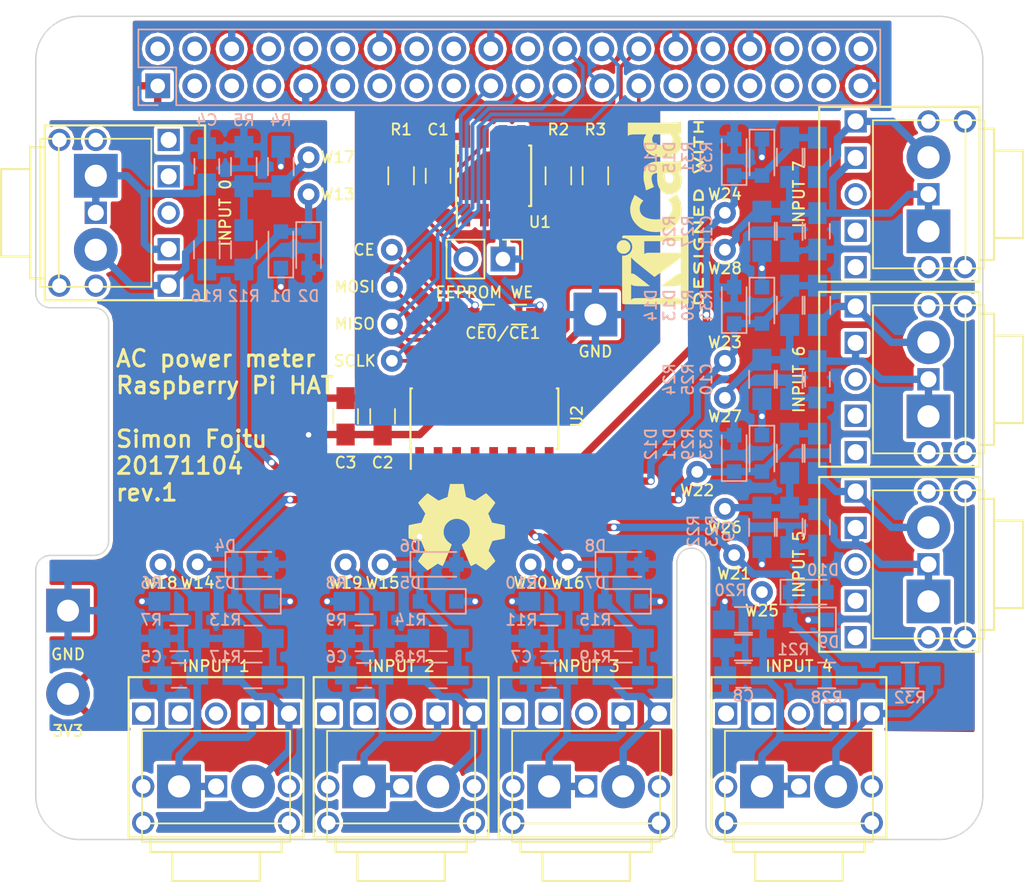
<source format=kicad_pcb>
(kicad_pcb (version 4) (host pcbnew 4.0.4-stable)
  (title_block (title "AC power meter Raspberry Pi HAT") (date 2017-11-04) (rev 1) (company "Simon Fojtu"))
  (layers (0 F.Cu signal) (31 B.Cu signal) (34 B.Paste user) (35 F.Paste user) (36 B.SilkS user) (37 F.SilkS user) (38 B.Mask user) (39 F.Mask user) (44 Edge.Cuts user))
  (net 0 "")
  (net 1 +3V3)
  (net 2 GND)
  (net 3 "Net-(C4-Pad1)")
  (net 4 "Net-(C5-Pad1)")
  (net 5 "Net-(C6-Pad1)")
  (net 6 "Net-(C7-Pad1)")
  (net 7 "Net-(C8-Pad1)")
  (net 8 "Net-(C9-Pad1)")
  (net 9 "Net-(C10-Pad1)")
  (net 10 "Net-(C11-Pad1)")
  (net 11 /INPUT0)
  (net 12 /INPUT1)
  (net 13 /INPUT2)
  (net 14 /INPUT3)
  (net 15 /INPUT4)
  (net 16 /INPUT5)
  (net 17 /INPUT6)
  (net 18 /INPUT7)
  (net 19 "Net-(J1-Pad2)")
  (net 20 /MOSI)
  (net 21 /MISO)
  (net 22 /SCLK)
  (net 23 /CE0)
  (net 24 /CE1)
  (net 25 /ID_SD_EEPROM)
  (net 26 /ID_SC_EEPROM)
  (net 27 /CE)
  (net 28 "Net-(P15-Pad2)")
  (net 29 "Net-(P16-Pad2)")
  (net 30 "Net-(P17-Pad2)")
  (net 31 "Net-(P18-Pad2)")
  (net 32 "Net-(P19-Pad2)")
  (net 33 "Net-(P10-Pad2)")
  (net 34 "Net-(P11-Pad2)")
  (net 35 "Net-(P12-Pad2)")
  (module user:JC128 (layer F.Cu) (at 123.27 69.215 270)
    (fp_text reference P22)
    (fp_text value JC128)
    (pad 1 thru_hole rect (at 0 -5 270) (size 1.524 1.524) (drill 1.1) (layers *.Cu *.Mask) (net 10 "Net-(C11-Pad1)"))
    (pad 2 thru_hole rect (at -5 0 270) (size 1.524 1.524) (drill 1.1) (layers *.Cu *.Mask) (net 35 "Net-(P12-Pad2)"))
    (pad 3 thru_hole rect (at -2.5 0 270) (size 1.524 1.524) (drill 1.1) (layers *.Cu *.Mask) (net 10 "Net-(C11-Pad1)"))
    (pad 4 thru_hole rect (at 2.5 0 270) (size 1.524 1.524) (drill 1.1) (layers *.Cu *.Mask))
    (pad 5 thru_hole rect (at 5 0 270) (size 1.524 1.524) (drill 1.1) (layers *.Cu *.Mask))
    (pad "" np_thru_hole circle (at 0 0 270) (size 1.524 1.524) (drill 1) (layers *.Cu))
    (pad "" np_thru_hole circle (at -5 -5 270) (size 1.524 1.524) (drill 1) (layers *.Cu))
    (pad "" np_thru_hole circle (at -5 -7.5 270) (size 1.524 1.524) (drill 1) (layers *.Cu))
    (pad "" np_thru_hole circle (at 5 -5 270) (size 1.524 1.524) (drill 1) (layers *.Cu))
    (pad "" np_thru_hole circle (at 5 -7.5 270) (size 1.524 1.524) (drill 1) (layers *.Cu))
  )
  (module Diodes_SMD:D_SOD-323_HandSoldering (layer B.Cu) (at 83.82 73.025 90)
    (fp_text reference D1 (at -3.175 0 360) (layer B.SilkS) (effects (font (size 0.762 0.762) (thickness 0.127)) (justify mirror)))
    (fp_text value BAS16J.115)
    (pad 1 smd rect (at -1.25 0 90) (size 1 1) (layers B.Cu B.Paste B.Mask) (net 1 +3V3))
    (pad 2 smd rect (at 1.25 0 90) (size 1 1) (layers B.Cu B.Paste B.Mask) (net 11 /INPUT0))
  )
  (module Capacitors_SMD:C_0805_HandSoldering (layer F.Cu) (at 94.615 67.945 270)
    (fp_text reference C1 (at -3.175 0 360) (layer F.SilkS) (effects (font (size 0.762 0.762) (thickness 0.127))))
    (fp_text value 100n)
    (pad 1 smd rect (at -1.25 0 270) (size 1.5 1.25) (layers F.Cu F.Paste F.Mask) (net 1 +3V3))
    (pad 2 smd rect (at 1.25 0 270) (size 1.5 1.25) (layers F.Cu F.Paste F.Mask) (net 2 GND))
  )
  (module Capacitors_SMD:C_0805_HandSoldering (layer F.Cu) (at 90.805 84.455 270)
    (fp_text reference C2 (at 3.175 0 360) (layer F.SilkS) (effects (font (size 0.762 0.762) (thickness 0.127))))
    (fp_text value 100n)
    (pad 1 smd rect (at -1.25 0 270) (size 1.5 1.25) (layers F.Cu F.Paste F.Mask) (net 1 +3V3))
    (pad 2 smd rect (at 1.25 0 270) (size 1.5 1.25) (layers F.Cu F.Paste F.Mask) (net 2 GND))
  )
  (module Capacitors_SMD:C_0805_HandSoldering (layer F.Cu) (at 88.265 84.455 270)
    (fp_text reference C3 (at 3.175 0 360) (layer F.SilkS) (effects (font (size 0.762 0.762) (thickness 0.127))))
    (fp_text value 220n)
    (pad 1 smd rect (at -1.25 0 270) (size 1.5 1.25) (layers F.Cu F.Paste F.Mask) (net 1 +3V3))
    (pad 2 smd rect (at 1.25 0 270) (size 1.5 1.25) (layers F.Cu F.Paste F.Mask) (net 2 GND))
  )
  (module Capacitors_SMD:C_0805_HandSoldering (layer B.Cu) (at 78.74 67.29 90)
    (fp_text reference C4 (at 3.175 0 360) (layer B.SilkS) (effects (font (size 0.762 0.762) (thickness 0.127)) (justify mirror)))
    (fp_text value 10uF)
    (pad 1 smd rect (at -1.25 0 90) (size 1.5 1.25) (layers B.Cu B.Paste B.Mask) (net 3 "Net-(C4-Pad1)"))
    (pad 2 smd rect (at 1.25 0 90) (size 1.5 1.25) (layers B.Cu B.Paste B.Mask) (net 2 GND))
  )
  (module Capacitors_SMD:C_0805_HandSoldering (layer B.Cu) (at 76.835 102.235 180)
    (fp_text reference C5 (at 1.905 1.27 180) (layer B.SilkS) (effects (font (size 0.762 0.762) (thickness 0.127)) (justify mirror)))
    (fp_text value 10uF)
    (pad 1 smd rect (at -1.25 0 180) (size 1.5 1.25) (layers B.Cu B.Paste B.Mask) (net 4 "Net-(C5-Pad1)"))
    (pad 2 smd rect (at 1.25 0 180) (size 1.5 1.25) (layers B.Cu B.Paste B.Mask) (net 2 GND))
  )
  (module Capacitors_SMD:C_0805_HandSoldering (layer B.Cu) (at 89.535 102.235 180)
    (fp_text reference C6 (at 1.905 1.27 180) (layer B.SilkS) (effects (font (size 0.762 0.762) (thickness 0.127)) (justify mirror)))
    (fp_text value 10uF)
    (pad 1 smd rect (at -1.25 0 180) (size 1.5 1.25) (layers B.Cu B.Paste B.Mask) (net 5 "Net-(C6-Pad1)"))
    (pad 2 smd rect (at 1.25 0 180) (size 1.5 1.25) (layers B.Cu B.Paste B.Mask) (net 2 GND))
  )
  (module Capacitors_SMD:C_0805_HandSoldering (layer B.Cu) (at 102.215 102.235 180)
    (fp_text reference C7 (at 1.885 1.27 180) (layer B.SilkS) (effects (font (size 0.762 0.762) (thickness 0.127)) (justify mirror)))
    (fp_text value 10uF)
    (pad 1 smd rect (at -1.25 0 180) (size 1.5 1.25) (layers B.Cu B.Paste B.Mask) (net 6 "Net-(C7-Pad1)"))
    (pad 2 smd rect (at 1.25 0 180) (size 1.5 1.25) (layers B.Cu B.Paste B.Mask) (net 2 GND))
  )
  (module Capacitors_SMD:C_0805_HandSoldering (layer B.Cu) (at 115.57 102.235 180)
    (fp_text reference C8 (at 0 -1.397 180) (layer B.SilkS) (effects (font (size 0.762 0.762) (thickness 0.127)) (justify mirror)))
    (fp_text value 10uF)
    (pad 1 smd rect (at -1.25 0 180) (size 1.5 1.25) (layers B.Cu B.Paste B.Mask) (net 7 "Net-(C8-Pad1)"))
    (pad 2 smd rect (at 1.25 0 180) (size 1.5 1.25) (layers B.Cu B.Paste B.Mask) (net 2 GND))
  )
  (module Capacitors_SMD:C_0805_HandSoldering (layer B.Cu) (at 120.65 92.075 270)
    (fp_text reference C9 (at 0.254 6.096 270) (layer B.SilkS) (effects (font (size 0.762 0.762) (thickness 0.127)) (justify mirror)))
    (fp_text value 10uF)
    (pad 1 smd rect (at -1.25 0 270) (size 1.5 1.25) (layers B.Cu B.Paste B.Mask) (net 8 "Net-(C9-Pad1)"))
    (pad 2 smd rect (at 1.25 0 270) (size 1.5 1.25) (layers B.Cu B.Paste B.Mask) (net 2 GND))
  )
  (module Capacitors_SMD:C_0805_HandSoldering (layer B.Cu) (at 120.65 81.915 270)
    (fp_text reference C10 (at 0 7.62 270) (layer B.SilkS) (effects (font (size 0.762 0.762) (thickness 0.127)) (justify mirror)))
    (fp_text value 10uF)
    (pad 1 smd rect (at -1.25 0 270) (size 1.5 1.25) (layers B.Cu B.Paste B.Mask) (net 9 "Net-(C10-Pad1)"))
    (pad 2 smd rect (at 1.25 0 270) (size 1.5 1.25) (layers B.Cu B.Paste B.Mask) (net 2 GND))
  )
  (module Capacitors_SMD:C_0805_HandSoldering (layer B.Cu) (at 120.65 71.755 270)
    (fp_text reference C11 (at 0 7.62 270) (layer B.SilkS) (effects (font (size 0.762 0.762) (thickness 0.127)) (justify mirror)))
    (fp_text value 10uF)
    (pad 1 smd rect (at -1.25 0 270) (size 1.5 1.25) (layers B.Cu B.Paste B.Mask) (net 10 "Net-(C11-Pad1)"))
    (pad 2 smd rect (at 1.25 0 270) (size 1.5 1.25) (layers B.Cu B.Paste B.Mask) (net 2 GND))
  )
  (module Diodes_SMD:D_SOD-323_HandSoldering (layer B.Cu) (at 85.725 73.025 270)
    (fp_text reference D2 (at 3.175 0 540) (layer B.SilkS) (effects (font (size 0.762 0.762) (thickness 0.127)) (justify mirror)))
    (fp_text value BAS16J.115)
    (pad 1 smd rect (at -1.25 0 270) (size 1 1) (layers B.Cu B.Paste B.Mask) (net 11 /INPUT0))
    (pad 2 smd rect (at 1.25 0 270) (size 1 1) (layers B.Cu B.Paste B.Mask) (net 2 GND))
  )
  (module Diodes_SMD:D_SOD-323_HandSoldering (layer B.Cu) (at 81.915 97.155 180)
    (fp_text reference D3 (at 1.905 1.27 180) (layer B.SilkS) (effects (font (size 0.762 0.762) (thickness 0.127)) (justify mirror)))
    (fp_text value BAS16J.115)
    (pad 1 smd rect (at -1.25 0 180) (size 1 1) (layers B.Cu B.Paste B.Mask) (net 1 +3V3))
    (pad 2 smd rect (at 1.25 0 180) (size 1 1) (layers B.Cu B.Paste B.Mask) (net 12 /INPUT1))
  )
  (module Diodes_SMD:D_SOD-323_HandSoldering (layer B.Cu) (at 81.915 94.615)
    (fp_text reference D4 (at -1.905 -1.27) (layer B.SilkS) (effects (font (size 0.762 0.762) (thickness 0.127)) (justify mirror)))
    (fp_text value BAS16J.115)
    (pad 1 smd rect (at -1.25 0) (size 1 1) (layers B.Cu B.Paste B.Mask) (net 12 /INPUT1))
    (pad 2 smd rect (at 1.25 0) (size 1 1) (layers B.Cu B.Paste B.Mask) (net 2 GND))
  )
  (module Diodes_SMD:D_SOD-323_HandSoldering (layer B.Cu) (at 94.615 97.155 180)
    (fp_text reference D5 (at 1.905 1.27 180) (layer B.SilkS) (effects (font (size 0.762 0.762) (thickness 0.127)) (justify mirror)))
    (fp_text value BAS16J.115)
    (pad 1 smd rect (at -1.25 0 180) (size 1 1) (layers B.Cu B.Paste B.Mask) (net 1 +3V3))
    (pad 2 smd rect (at 1.25 0 180) (size 1 1) (layers B.Cu B.Paste B.Mask) (net 13 /INPUT2))
  )
  (module Diodes_SMD:D_SOD-323_HandSoldering (layer B.Cu) (at 94.615 94.615)
    (fp_text reference D6 (at -1.905 -1.27) (layer B.SilkS) (effects (font (size 0.762 0.762) (thickness 0.127)) (justify mirror)))
    (fp_text value BAS16J.115)
    (pad 1 smd rect (at -1.25 0) (size 1 1) (layers B.Cu B.Paste B.Mask) (net 13 /INPUT2))
    (pad 2 smd rect (at 1.25 0) (size 1 1) (layers B.Cu B.Paste B.Mask) (net 2 GND))
  )
  (module Diodes_SMD:D_SOD-323_HandSoldering (layer B.Cu) (at 107.315 97.155 180)
    (fp_text reference D7 (at 1.905 1.27 180) (layer B.SilkS) (effects (font (size 0.762 0.762) (thickness 0.127)) (justify mirror)))
    (fp_text value BAS16J.115)
    (pad 1 smd rect (at -1.25 0 180) (size 1 1) (layers B.Cu B.Paste B.Mask) (net 1 +3V3))
    (pad 2 smd rect (at 1.25 0 180) (size 1 1) (layers B.Cu B.Paste B.Mask) (net 14 /INPUT3))
  )
  (module Diodes_SMD:D_SOD-323_HandSoldering (layer B.Cu) (at 107.315 94.615)
    (fp_text reference D8 (at -1.905 -1.27) (layer B.SilkS) (effects (font (size 0.762 0.762) (thickness 0.127)) (justify mirror)))
    (fp_text value BAS16J.115)
    (pad 1 smd rect (at -1.25 0) (size 1 1) (layers B.Cu B.Paste B.Mask) (net 14 /INPUT3))
    (pad 2 smd rect (at 1.25 0) (size 1 1) (layers B.Cu B.Paste B.Mask) (net 2 GND))
  )
  (module Diodes_SMD:D_SOD-323_HandSoldering (layer B.Cu) (at 120.015 98.425 180)
    (fp_text reference D9 (at -1.397 -1.524 180) (layer B.SilkS) (effects (font (size 0.762 0.762) (thickness 0.127)) (justify mirror)))
    (fp_text value BAS16J.115)
    (pad 1 smd rect (at -1.25 0 180) (size 1 1) (layers B.Cu B.Paste B.Mask) (net 1 +3V3))
    (pad 2 smd rect (at 1.25 0 180) (size 1 1) (layers B.Cu B.Paste B.Mask) (net 15 /INPUT4))
  )
  (module Diodes_SMD:D_SOD-323_HandSoldering (layer B.Cu) (at 120.015 96.52)
    (fp_text reference D10 (at 1.016 -1.524) (layer B.SilkS) (effects (font (size 0.762 0.762) (thickness 0.127)) (justify mirror)))
    (fp_text value BAS16J.115)
    (pad 1 smd rect (at -1.25 0) (size 1 1) (layers B.Cu B.Paste B.Mask) (net 15 /INPUT4))
    (pad 2 smd rect (at 1.25 0) (size 1 1) (layers B.Cu B.Paste B.Mask) (net 2 GND))
  )
  (module Diodes_SMD:D_SOD-323_HandSoldering (layer B.Cu) (at 116.84 86.995 270)
    (fp_text reference D11 (at -0.635 6.35 270) (layer B.SilkS) (effects (font (size 0.762 0.762) (thickness 0.127)) (justify mirror)))
    (fp_text value BAS16J.115)
    (pad 1 smd rect (at -1.25 0 270) (size 1 1) (layers B.Cu B.Paste B.Mask) (net 1 +3V3))
    (pad 2 smd rect (at 1.25 0 270) (size 1 1) (layers B.Cu B.Paste B.Mask) (net 16 /INPUT5))
  )
  (module Diodes_SMD:D_SOD-323_HandSoldering (layer B.Cu) (at 114.935 86.995 90)
    (fp_text reference D12 (at 0.635 -5.715 90) (layer B.SilkS) (effects (font (size 0.762 0.762) (thickness 0.127)) (justify mirror)))
    (fp_text value BAS16J.115)
    (pad 1 smd rect (at -1.25 0 90) (size 1 1) (layers B.Cu B.Paste B.Mask) (net 16 /INPUT5))
    (pad 2 smd rect (at 1.25 0 90) (size 1 1) (layers B.Cu B.Paste B.Mask) (net 2 GND))
  )
  (module Diodes_SMD:D_SOD-323_HandSoldering (layer B.Cu) (at 116.84 76.835 270)
    (fp_text reference D13 (at 0 6.35 270) (layer B.SilkS) (effects (font (size 0.762 0.762) (thickness 0.127)) (justify mirror)))
    (fp_text value BAS16J.115)
    (pad 1 smd rect (at -1.25 0 270) (size 1 1) (layers B.Cu B.Paste B.Mask) (net 1 +3V3))
    (pad 2 smd rect (at 1.25 0 270) (size 1 1) (layers B.Cu B.Paste B.Mask) (net 17 /INPUT6))
  )
  (module Diodes_SMD:D_SOD-323_HandSoldering (layer B.Cu) (at 114.935 76.835 90)
    (fp_text reference D14 (at 0 -5.715 90) (layer B.SilkS) (effects (font (size 0.762 0.762) (thickness 0.127)) (justify mirror)))
    (fp_text value BAS16J.115)
    (pad 1 smd rect (at -1.25 0 90) (size 1 1) (layers B.Cu B.Paste B.Mask) (net 17 /INPUT6))
    (pad 2 smd rect (at 1.25 0 90) (size 1 1) (layers B.Cu B.Paste B.Mask) (net 2 GND))
  )
  (module Diodes_SMD:D_SOD-323_HandSoldering (layer B.Cu) (at 116.84 66.675 270)
    (fp_text reference D15 (at 0 6.35 270) (layer B.SilkS) (effects (font (size 0.762 0.762) (thickness 0.127)) (justify mirror)))
    (fp_text value BAS16J.115)
    (pad 1 smd rect (at -1.25 0 270) (size 1 1) (layers B.Cu B.Paste B.Mask) (net 1 +3V3))
    (pad 2 smd rect (at 1.25 0 270) (size 1 1) (layers B.Cu B.Paste B.Mask) (net 18 /INPUT7))
  )
  (module Diodes_SMD:D_SOD-323_HandSoldering (layer B.Cu) (at 114.935 66.675 90)
    (fp_text reference D16 (at 0 -5.715 90) (layer B.SilkS) (effects (font (size 0.762 0.762) (thickness 0.127)) (justify mirror)))
    (fp_text value BAS16J.115)
    (pad 1 smd rect (at -1.25 0 90) (size 1 1) (layers B.Cu B.Paste B.Mask) (net 18 /INPUT7))
    (pad 2 smd rect (at 1.25 0 90) (size 1 1) (layers B.Cu B.Paste B.Mask) (net 2 GND))
  )
  (module Pin_Headers:Pin_Header_Straight_1x02_Pitch2.54mm (layer F.Cu) (at 99.06 73.66 270)
    (fp_text reference J1)
    (fp_text value "EEPROM WE" (at 2.286 1.27 360) (layer F.SilkS) (effects (font (size 0.762 0.762) (thickness 0.127))))
    (pad 1 thru_hole rect (at 0 0 270) (size 1.7 1.7) (drill 1) (layers *.Cu *.Mask) (net 2 GND))
    (pad 2 thru_hole oval (at 0 2.54 270) (size 1.7 1.7) (drill 1) (layers *.Cu *.Mask) (net 19 "Net-(J1-Pad2)"))
  )
  (module Socket_Strips:Socket_Strip_Straight_2x20_Pitch2.54mm (layer B.Cu) (at 75.37 61.77 270)
    (fp_text reference J2)
    (fp_text value 40HAT)
    (pad 1 thru_hole rect (at 0 0 270) (size 1.7 1.7) (drill 1) (layers *.Cu *.Mask) (net 1 +3V3))
    (pad 2 thru_hole oval (at -2.54 0 270) (size 1.7 1.7) (drill 1) (layers *.Cu *.Mask))
    (pad 3 thru_hole oval (at 0 -2.54 270) (size 1.7 1.7) (drill 1) (layers *.Cu *.Mask))
    (pad 4 thru_hole oval (at -2.54 -2.54 270) (size 1.7 1.7) (drill 1) (layers *.Cu *.Mask))
    (pad 5 thru_hole oval (at 0 -5.08 270) (size 1.7 1.7) (drill 1) (layers *.Cu *.Mask))
    (pad 6 thru_hole oval (at -2.54 -5.08 270) (size 1.7 1.7) (drill 1) (layers *.Cu *.Mask) (net 2 GND))
    (pad 7 thru_hole oval (at 0 -7.62 270) (size 1.7 1.7) (drill 1) (layers *.Cu *.Mask))
    (pad 8 thru_hole oval (at -2.54 -7.62 270) (size 1.7 1.7) (drill 1) (layers *.Cu *.Mask))
    (pad 9 thru_hole oval (at 0 -10.16 270) (size 1.7 1.7) (drill 1) (layers *.Cu *.Mask) (net 2 GND))
    (pad 10 thru_hole oval (at -2.54 -10.16 270) (size 1.7 1.7) (drill 1) (layers *.Cu *.Mask))
    (pad 11 thru_hole oval (at 0 -12.7 270) (size 1.7 1.7) (drill 1) (layers *.Cu *.Mask))
    (pad 12 thru_hole oval (at -2.54 -12.7 270) (size 1.7 1.7) (drill 1) (layers *.Cu *.Mask))
    (pad 13 thru_hole oval (at 0 -15.24 270) (size 1.7 1.7) (drill 1) (layers *.Cu *.Mask))
    (pad 14 thru_hole oval (at -2.54 -15.24 270) (size 1.7 1.7) (drill 1) (layers *.Cu *.Mask) (net 2 GND))
    (pad 15 thru_hole oval (at 0 -17.78 270) (size 1.7 1.7) (drill 1) (layers *.Cu *.Mask))
    (pad 16 thru_hole oval (at -2.54 -17.78 270) (size 1.7 1.7) (drill 1) (layers *.Cu *.Mask))
    (pad 17 thru_hole oval (at 0 -20.32 270) (size 1.7 1.7) (drill 1) (layers *.Cu *.Mask))
    (pad 18 thru_hole oval (at -2.54 -20.32 270) (size 1.7 1.7) (drill 1) (layers *.Cu *.Mask))
    (pad 19 thru_hole oval (at 0 -22.86 270) (size 1.7 1.7) (drill 1) (layers *.Cu *.Mask) (net 20 /MOSI))
    (pad 20 thru_hole oval (at -2.54 -22.86 270) (size 1.7 1.7) (drill 1) (layers *.Cu *.Mask) (net 2 GND))
    (pad 21 thru_hole oval (at 0 -25.4 270) (size 1.7 1.7) (drill 1) (layers *.Cu *.Mask) (net 21 /MISO))
    (pad 22 thru_hole oval (at -2.54 -25.4 270) (size 1.7 1.7) (drill 1) (layers *.Cu *.Mask))
    (pad 23 thru_hole oval (at 0 -27.94 270) (size 1.7 1.7) (drill 1) (layers *.Cu *.Mask) (net 22 /SCLK))
    (pad 24 thru_hole oval (at -2.54 -27.94 270) (size 1.7 1.7) (drill 1) (layers *.Cu *.Mask) (net 23 /CE0))
    (pad 25 thru_hole oval (at 0 -30.48 270) (size 1.7 1.7) (drill 1) (layers *.Cu *.Mask) (net 2 GND))
    (pad 26 thru_hole oval (at -2.54 -30.48 270) (size 1.7 1.7) (drill 1) (layers *.Cu *.Mask) (net 24 /CE1))
    (pad 27 thru_hole oval (at 0 -33.02 270) (size 1.7 1.7) (drill 1) (layers *.Cu *.Mask) (net 25 /ID_SD_EEPROM))
    (pad 28 thru_hole oval (at -2.54 -33.02 270) (size 1.7 1.7) (drill 1) (layers *.Cu *.Mask) (net 26 /ID_SC_EEPROM))
    (pad 29 thru_hole oval (at 0 -35.56 270) (size 1.7 1.7) (drill 1) (layers *.Cu *.Mask))
    (pad 30 thru_hole oval (at -2.54 -35.56 270) (size 1.7 1.7) (drill 1) (layers *.Cu *.Mask) (net 2 GND))
    (pad 31 thru_hole oval (at 0 -38.1 270) (size 1.7 1.7) (drill 1) (layers *.Cu *.Mask))
    (pad 32 thru_hole oval (at -2.54 -38.1 270) (size 1.7 1.7) (drill 1) (layers *.Cu *.Mask))
    (pad 33 thru_hole oval (at 0 -40.64 270) (size 1.7 1.7) (drill 1) (layers *.Cu *.Mask))
    (pad 34 thru_hole oval (at -2.54 -40.64 270) (size 1.7 1.7) (drill 1) (layers *.Cu *.Mask) (net 2 GND))
    (pad 35 thru_hole oval (at 0 -43.18 270) (size 1.7 1.7) (drill 1) (layers *.Cu *.Mask))
    (pad 36 thru_hole oval (at -2.54 -43.18 270) (size 1.7 1.7) (drill 1) (layers *.Cu *.Mask))
    (pad 37 thru_hole oval (at 0 -45.72 270) (size 1.7 1.7) (drill 1) (layers *.Cu *.Mask))
    (pad 38 thru_hole oval (at -2.54 -45.72 270) (size 1.7 1.7) (drill 1) (layers *.Cu *.Mask))
    (pad 39 thru_hole oval (at 0 -48.26 270) (size 1.7 1.7) (drill 1) (layers *.Cu *.Mask) (net 2 GND))
    (pad 40 thru_hole oval (at -2.54 -48.26 270) (size 1.7 1.7) (drill 1) (layers *.Cu *.Mask))
  )
  (module Mounting_Holes:MountingHole_2.7mm_M2.5 (layer F.Cu) (at 128.5 60.5)
    (fp_text reference P1)
    (fp_text value "3mm mounting hole")
    (pad 1 np_thru_hole circle (at 0 0) (size 2.7 2.7) (drill 2.7) (layers *.Cu *.Mask))
  )
  (module Mounting_Holes:MountingHole_2.7mm_M2.5 (layer F.Cu) (at 70.5 60.5)
    (fp_text reference P2)
    (fp_text value "3mm mounting hole")
    (pad 1 np_thru_hole circle (at 0 0) (size 2.7 2.7) (drill 2.7) (layers *.Cu *.Mask))
  )
  (module Mounting_Holes:MountingHole_2.7mm_M2.5 (layer F.Cu) (at 70.5 110)
    (fp_text reference P3)
    (fp_text value "3mm mounting hole")
    (pad 1 np_thru_hole circle (at 0 0) (size 2.7 2.7) (drill 2.7) (layers *.Cu *.Mask))
  )
  (module Mounting_Holes:MountingHole_2.7mm_M2.5 (layer F.Cu) (at 128.5 110)
    (fp_text reference P4)
    (fp_text value "3mm mounting hole")
    (pad 1 np_thru_hole circle (at 0 0) (size 2.7 2.7) (drill 2.7) (layers *.Cu *.Mask))
  )
  (module Connect:bornier2 (layer F.Cu) (at 71.12 67.945 270)
    (fp_text reference P5)
    (fp_text value "INPUT 0" (at 2.54 -8.89 270) (layer F.SilkS) (effects (font (size 0.762 0.762) (thickness 0.127))))
    (pad 1 thru_hole rect (at 0 0 270) (size 3 3) (drill 1.52) (layers *.Cu *.Mask) (net 3 "Net-(C4-Pad1)"))
    (pad 2 thru_hole circle (at 5.08 0 270) (size 3 3) (drill 1.52) (layers *.Cu *.Mask) (net 28 "Net-(P15-Pad2)"))
  )
  (module Connect:bornier2 (layer F.Cu) (at 76.835 109.855)
    (fp_text reference P6)
    (fp_text value "INPUT 1" (at 2.54 -8.255) (layer F.SilkS) (effects (font (size 0.762 0.762) (thickness 0.127))))
    (pad 1 thru_hole rect (at 0 0) (size 3 3) (drill 1.52) (layers *.Cu *.Mask) (net 4 "Net-(C5-Pad1)"))
    (pad 2 thru_hole circle (at 5.08 0) (size 3 3) (drill 1.52) (layers *.Cu *.Mask) (net 29 "Net-(P16-Pad2)"))
  )
  (module Connect:bornier2 (layer F.Cu) (at 89.535 109.855)
    (fp_text reference P7)
    (fp_text value "INPUT 2" (at 2.54 -8.255) (layer F.SilkS) (effects (font (size 0.762 0.762) (thickness 0.127))))
    (pad 1 thru_hole rect (at 0 0) (size 3 3) (drill 1.52) (layers *.Cu *.Mask) (net 5 "Net-(C6-Pad1)"))
    (pad 2 thru_hole circle (at 5.08 0) (size 3 3) (drill 1.52) (layers *.Cu *.Mask) (net 30 "Net-(P17-Pad2)"))
  )
  (module Connect:bornier2 (layer F.Cu) (at 102.235 109.855)
    (fp_text reference P8)
    (fp_text value "INPUT 3" (at 2.54 -8.255) (layer F.SilkS) (effects (font (size 0.762 0.762) (thickness 0.127))))
    (pad 1 thru_hole rect (at 0 0) (size 3 3) (drill 1.52) (layers *.Cu *.Mask) (net 6 "Net-(C7-Pad1)"))
    (pad 2 thru_hole circle (at 5.08 0) (size 3 3) (drill 1.52) (layers *.Cu *.Mask) (net 31 "Net-(P18-Pad2)"))
  )
  (module Connect:bornier2 (layer F.Cu) (at 116.84 109.855)
    (fp_text reference P9)
    (fp_text value "INPUT 4" (at 2.54 -8.255) (layer F.SilkS) (effects (font (size 0.762 0.762) (thickness 0.127))))
    (pad 1 thru_hole rect (at 0 0) (size 3 3) (drill 1.52) (layers *.Cu *.Mask) (net 7 "Net-(C8-Pad1)"))
    (pad 2 thru_hole circle (at 5.08 0) (size 3 3) (drill 1.52) (layers *.Cu *.Mask) (net 32 "Net-(P19-Pad2)"))
  )
  (module Connect:bornier2 (layer F.Cu) (at 128.27 97.155 90)
    (fp_text reference P10)
    (fp_text value "INPUT 5" (at 2.54 -8.89 90) (layer F.SilkS) (effects (font (size 0.762 0.762) (thickness 0.127))))
    (pad 1 thru_hole rect (at 0 0 90) (size 3 3) (drill 1.52) (layers *.Cu *.Mask) (net 8 "Net-(C9-Pad1)"))
    (pad 2 thru_hole circle (at 5.08 0 90) (size 3 3) (drill 1.52) (layers *.Cu *.Mask) (net 33 "Net-(P10-Pad2)"))
  )
  (module Connect:bornier2 (layer F.Cu) (at 128.27 84.455 90)
    (fp_text reference P11)
    (fp_text value "INPUT 6" (at 2.54 -8.89 90) (layer F.SilkS) (effects (font (size 0.762 0.762) (thickness 0.127))))
    (pad 1 thru_hole rect (at 0 0 90) (size 3 3) (drill 1.52) (layers *.Cu *.Mask) (net 9 "Net-(C10-Pad1)"))
    (pad 2 thru_hole circle (at 5.08 0 90) (size 3 3) (drill 1.52) (layers *.Cu *.Mask) (net 34 "Net-(P11-Pad2)"))
  )
  (module Connect:bornier2 (layer F.Cu) (at 128.27 71.755 90)
    (fp_text reference P12)
    (fp_text value "INPUT 7" (at 2.54 -8.89 90) (layer F.SilkS) (effects (font (size 0.762 0.762) (thickness 0.127))))
    (pad 1 thru_hole rect (at 0 0 90) (size 3 3) (drill 1.52) (layers *.Cu *.Mask) (net 10 "Net-(C11-Pad1)"))
    (pad 2 thru_hole circle (at 5.08 0 90) (size 3 3) (drill 1.52) (layers *.Cu *.Mask) (net 35 "Net-(P12-Pad2)"))
  )
  (module Resistors_SMD:R_0805_HandSoldering (layer F.Cu) (at 92.075 67.945 90)
    (fp_text reference R1 (at 3.175 0 180) (layer F.SilkS) (effects (font (size 0.762 0.762) (thickness 0.127))))
    (fp_text value 1k)
    (pad 1 smd rect (at -1.35 0 90) (size 1.5 1.3) (layers F.Cu F.Paste F.Mask) (net 19 "Net-(J1-Pad2)"))
    (pad 2 smd rect (at 1.35 0 90) (size 1.5 1.3) (layers F.Cu F.Paste F.Mask) (net 1 +3V3))
  )
  (module Resistors_SMD:R_0805_HandSoldering (layer F.Cu) (at 102.87 67.945 90)
    (fp_text reference R2 (at 3.175 0 180) (layer F.SilkS) (effects (font (size 0.762 0.762) (thickness 0.127))))
    (fp_text value 3.9K)
    (pad 1 smd rect (at -1.35 0 90) (size 1.5 1.3) (layers F.Cu F.Paste F.Mask) (net 1 +3V3))
    (pad 2 smd rect (at 1.35 0 90) (size 1.5 1.3) (layers F.Cu F.Paste F.Mask) (net 25 /ID_SD_EEPROM))
  )
  (module Resistors_SMD:R_0805_HandSoldering (layer F.Cu) (at 105.41 67.945 90)
    (fp_text reference R3 (at 3.175 0 180) (layer F.SilkS) (effects (font (size 0.762 0.762) (thickness 0.127))))
    (fp_text value 3.9K)
    (pad 1 smd rect (at -1.35 0 90) (size 1.5 1.3) (layers F.Cu F.Paste F.Mask) (net 1 +3V3))
    (pad 2 smd rect (at 1.35 0 90) (size 1.5 1.3) (layers F.Cu F.Paste F.Mask) (net 26 /ID_SC_EEPROM))
  )
  (module Resistors_SMD:R_0805_HandSoldering (layer B.Cu) (at 83.82 67.31 90)
    (fp_text reference R4 (at 3.175 0 360) (layer B.SilkS) (effects (font (size 0.762 0.762) (thickness 0.127)) (justify mirror)))
    (fp_text value 470k)
    (pad 1 smd rect (at -1.35 0 90) (size 1.5 1.3) (layers B.Cu B.Paste B.Mask) (net 3 "Net-(C4-Pad1)"))
    (pad 2 smd rect (at 1.35 0 90) (size 1.5 1.3) (layers B.Cu B.Paste B.Mask) (net 1 +3V3))
  )
  (module Resistors_SMD:R_0805_HandSoldering (layer B.Cu) (at 81.28 67.31 90)
    (fp_text reference R5 (at 3.175 0 360) (layer B.SilkS) (effects (font (size 0.762 0.762) (thickness 0.127)) (justify mirror)))
    (fp_text value 470k)
    (pad 1 smd rect (at -1.35 0 90) (size 1.5 1.3) (layers B.Cu B.Paste B.Mask) (net 3 "Net-(C4-Pad1)"))
    (pad 2 smd rect (at 1.35 0 90) (size 1.5 1.3) (layers B.Cu B.Paste B.Mask) (net 2 GND))
  )
  (module Resistors_SMD:R_0805_HandSoldering (layer B.Cu) (at 76.835 97.155 180)
    (fp_text reference R6 (at 1.905 1.27 180) (layer B.SilkS) (effects (font (size 0.762 0.762) (thickness 0.127)) (justify mirror)))
    (fp_text value 470k)
    (pad 1 smd rect (at -1.35 0 180) (size 1.5 1.3) (layers B.Cu B.Paste B.Mask) (net 4 "Net-(C5-Pad1)"))
    (pad 2 smd rect (at 1.35 0 180) (size 1.5 1.3) (layers B.Cu B.Paste B.Mask) (net 1 +3V3))
  )
  (module Resistors_SMD:R_0805_HandSoldering (layer B.Cu) (at 76.835 99.695 180)
    (fp_text reference R7 (at 1.905 1.27 180) (layer B.SilkS) (effects (font (size 0.762 0.762) (thickness 0.127)) (justify mirror)))
    (fp_text value 470k)
    (pad 1 smd rect (at -1.35 0 180) (size 1.5 1.3) (layers B.Cu B.Paste B.Mask) (net 4 "Net-(C5-Pad1)"))
    (pad 2 smd rect (at 1.35 0 180) (size 1.5 1.3) (layers B.Cu B.Paste B.Mask) (net 2 GND))
  )
  (module Resistors_SMD:R_0805_HandSoldering (layer B.Cu) (at 89.535 97.155 180)
    (fp_text reference R8 (at 1.905 1.27 180) (layer B.SilkS) (effects (font (size 0.762 0.762) (thickness 0.127)) (justify mirror)))
    (fp_text value 470k)
    (pad 1 smd rect (at -1.35 0 180) (size 1.5 1.3) (layers B.Cu B.Paste B.Mask) (net 5 "Net-(C6-Pad1)"))
    (pad 2 smd rect (at 1.35 0 180) (size 1.5 1.3) (layers B.Cu B.Paste B.Mask) (net 1 +3V3))
  )
  (module Resistors_SMD:R_0805_HandSoldering (layer B.Cu) (at 89.535 99.695 180)
    (fp_text reference R9 (at 1.905 1.27 180) (layer B.SilkS) (effects (font (size 0.762 0.762) (thickness 0.127)) (justify mirror)))
    (fp_text value 470k)
    (pad 1 smd rect (at -1.35 0 180) (size 1.5 1.3) (layers B.Cu B.Paste B.Mask) (net 5 "Net-(C6-Pad1)"))
    (pad 2 smd rect (at 1.35 0 180) (size 1.5 1.3) (layers B.Cu B.Paste B.Mask) (net 2 GND))
  )
  (module Resistors_SMD:R_0805_HandSoldering (layer B.Cu) (at 102.235 97.155 180)
    (fp_text reference R10 (at 1.905 1.27 180) (layer B.SilkS) (effects (font (size 0.762 0.762) (thickness 0.127)) (justify mirror)))
    (fp_text value 470k)
    (pad 1 smd rect (at -1.35 0 180) (size 1.5 1.3) (layers B.Cu B.Paste B.Mask) (net 6 "Net-(C7-Pad1)"))
    (pad 2 smd rect (at 1.35 0 180) (size 1.5 1.3) (layers B.Cu B.Paste B.Mask) (net 1 +3V3))
  )
  (module Resistors_SMD:R_0805_HandSoldering (layer B.Cu) (at 102.235 99.695 180)
    (fp_text reference R11 (at 1.905 1.27 180) (layer B.SilkS) (effects (font (size 0.762 0.762) (thickness 0.127)) (justify mirror)))
    (fp_text value 470k)
    (pad 1 smd rect (at -1.35 0 180) (size 1.5 1.3) (layers B.Cu B.Paste B.Mask) (net 6 "Net-(C7-Pad1)"))
    (pad 2 smd rect (at 1.35 0 180) (size 1.5 1.3) (layers B.Cu B.Paste B.Mask) (net 2 GND))
  )
  (module Resistors_SMD:R_0805_HandSoldering (layer B.Cu) (at 81.28 73.025 90)
    (fp_text reference R12 (at -3.175 0 360) (layer B.SilkS) (effects (font (size 0.762 0.762) (thickness 0.127)) (justify mirror)))
    (fp_text value R)
    (pad 1 smd rect (at -1.35 0 90) (size 1.5 1.3) (layers B.Cu B.Paste B.Mask) (net 11 /INPUT0))
    (pad 2 smd rect (at 1.35 0 90) (size 1.5 1.3) (layers B.Cu B.Paste B.Mask) (net 3 "Net-(C4-Pad1)"))
  )
  (module Resistors_SMD:R_0805_HandSoldering (layer B.Cu) (at 81.915 99.695 180)
    (fp_text reference R13 (at 1.905 1.27 180) (layer B.SilkS) (effects (font (size 0.762 0.762) (thickness 0.127)) (justify mirror)))
    (fp_text value R)
    (pad 1 smd rect (at -1.35 0 180) (size 1.5 1.3) (layers B.Cu B.Paste B.Mask) (net 12 /INPUT1))
    (pad 2 smd rect (at 1.35 0 180) (size 1.5 1.3) (layers B.Cu B.Paste B.Mask) (net 4 "Net-(C5-Pad1)"))
  )
  (module Resistors_SMD:R_0805_HandSoldering (layer B.Cu) (at 94.615 99.695 180)
    (fp_text reference R14 (at 1.905 1.27 180) (layer B.SilkS) (effects (font (size 0.762 0.762) (thickness 0.127)) (justify mirror)))
    (fp_text value R)
    (pad 1 smd rect (at -1.35 0 180) (size 1.5 1.3) (layers B.Cu B.Paste B.Mask) (net 13 /INPUT2))
    (pad 2 smd rect (at 1.35 0 180) (size 1.5 1.3) (layers B.Cu B.Paste B.Mask) (net 5 "Net-(C6-Pad1)"))
  )
  (module Resistors_SMD:R_0805_HandSoldering (layer B.Cu) (at 107.315 99.695 180)
    (fp_text reference R15 (at 1.905 1.27 180) (layer B.SilkS) (effects (font (size 0.762 0.762) (thickness 0.127)) (justify mirror)))
    (fp_text value R)
    (pad 1 smd rect (at -1.35 0 180) (size 1.5 1.3) (layers B.Cu B.Paste B.Mask) (net 14 /INPUT3))
    (pad 2 smd rect (at 1.35 0 180) (size 1.5 1.3) (layers B.Cu B.Paste B.Mask) (net 6 "Net-(C7-Pad1)"))
  )
  (module Resistors_SMD:R_0805_HandSoldering (layer B.Cu) (at 78.74 73.025 270)
    (fp_text reference R16 (at 3.175 0 540) (layer B.SilkS) (effects (font (size 0.762 0.762) (thickness 0.127)) (justify mirror)))
    (fp_text value 0R)
    (pad 1 smd rect (at -1.35 0 270) (size 1.5 1.3) (layers B.Cu B.Paste B.Mask) (net 28 "Net-(P15-Pad2)"))
    (pad 2 smd rect (at 1.35 0 270) (size 1.5 1.3) (layers B.Cu B.Paste B.Mask) (net 11 /INPUT0))
  )
  (module Resistors_SMD:R_0805_HandSoldering (layer B.Cu) (at 81.915 102.235)
    (fp_text reference R17 (at -1.905 -1.27) (layer B.SilkS) (effects (font (size 0.762 0.762) (thickness 0.127)) (justify mirror)))
    (fp_text value 0R)
    (pad 1 smd rect (at -1.35 0) (size 1.5 1.3) (layers B.Cu B.Paste B.Mask) (net 29 "Net-(P16-Pad2)"))
    (pad 2 smd rect (at 1.35 0) (size 1.5 1.3) (layers B.Cu B.Paste B.Mask) (net 12 /INPUT1))
  )
  (module Resistors_SMD:R_0805_HandSoldering (layer B.Cu) (at 94.615 102.235)
    (fp_text reference R18 (at -1.905 -1.27) (layer B.SilkS) (effects (font (size 0.762 0.762) (thickness 0.127)) (justify mirror)))
    (fp_text value 0R)
    (pad 1 smd rect (at -1.35 0) (size 1.5 1.3) (layers B.Cu B.Paste B.Mask) (net 30 "Net-(P17-Pad2)"))
    (pad 2 smd rect (at 1.35 0) (size 1.5 1.3) (layers B.Cu B.Paste B.Mask) (net 13 /INPUT2))
  )
  (module Resistors_SMD:R_0805_HandSoldering (layer B.Cu) (at 107.315 102.235)
    (fp_text reference R19 (at -1.905 -1.27) (layer B.SilkS) (effects (font (size 0.762 0.762) (thickness 0.127)) (justify mirror)))
    (fp_text value 0R)
    (pad 1 smd rect (at -1.35 0) (size 1.5 1.3) (layers B.Cu B.Paste B.Mask) (net 31 "Net-(P18-Pad2)"))
    (pad 2 smd rect (at 1.35 0) (size 1.5 1.3) (layers B.Cu B.Paste B.Mask) (net 14 /INPUT3))
  )
  (module Resistors_SMD:R_0805_HandSoldering (layer B.Cu) (at 115.57 98.425 180)
    (fp_text reference R20 (at 0.889 2.032 180) (layer B.SilkS) (effects (font (size 0.762 0.762) (thickness 0.127)) (justify mirror)))
    (fp_text value 470k)
    (pad 1 smd rect (at -1.35 0 180) (size 1.5 1.3) (layers B.Cu B.Paste B.Mask) (net 7 "Net-(C8-Pad1)"))
    (pad 2 smd rect (at 1.35 0 180) (size 1.5 1.3) (layers B.Cu B.Paste B.Mask) (net 1 +3V3))
  )
  (module Resistors_SMD:R_0805_HandSoldering (layer B.Cu) (at 115.57 100.33 180)
    (fp_text reference R21 (at -3.429 -0.127 180) (layer B.SilkS) (effects (font (size 0.762 0.762) (thickness 0.127)) (justify mirror)))
    (fp_text value 470k)
    (pad 1 smd rect (at -1.35 0 180) (size 1.5 1.3) (layers B.Cu B.Paste B.Mask) (net 7 "Net-(C8-Pad1)"))
    (pad 2 smd rect (at 1.35 0 180) (size 1.5 1.3) (layers B.Cu B.Paste B.Mask) (net 2 GND))
  )
  (module Resistors_SMD:R_0805_HandSoldering (layer B.Cu) (at 116.84 92.075 270)
    (fp_text reference R22 (at 0.254 4.699 270) (layer B.SilkS) (effects (font (size 0.762 0.762) (thickness 0.127)) (justify mirror)))
    (fp_text value 470k)
    (pad 1 smd rect (at -1.35 0 270) (size 1.5 1.3) (layers B.Cu B.Paste B.Mask) (net 8 "Net-(C9-Pad1)"))
    (pad 2 smd rect (at 1.35 0 270) (size 1.5 1.3) (layers B.Cu B.Paste B.Mask) (net 1 +3V3))
  )
  (module Resistors_SMD:R_0805_HandSoldering (layer B.Cu) (at 118.745 92.075 270)
    (fp_text reference R23 (at 0.254 5.334 270) (layer B.SilkS) (effects (font (size 0.762 0.762) (thickness 0.127)) (justify mirror)))
    (fp_text value 470k)
    (pad 1 smd rect (at -1.35 0 270) (size 1.5 1.3) (layers B.Cu B.Paste B.Mask) (net 8 "Net-(C9-Pad1)"))
    (pad 2 smd rect (at 1.35 0 270) (size 1.5 1.3) (layers B.Cu B.Paste B.Mask) (net 2 GND))
  )
  (module Resistors_SMD:R_0805_HandSoldering (layer B.Cu) (at 116.84 81.915 270)
    (fp_text reference R24 (at 0 6.35 270) (layer B.SilkS) (effects (font (size 0.762 0.762) (thickness 0.127)) (justify mirror)))
    (fp_text value 470k)
    (pad 1 smd rect (at -1.35 0 270) (size 1.5 1.3) (layers B.Cu B.Paste B.Mask) (net 9 "Net-(C10-Pad1)"))
    (pad 2 smd rect (at 1.35 0 270) (size 1.5 1.3) (layers B.Cu B.Paste B.Mask) (net 1 +3V3))
  )
  (module Resistors_SMD:R_0805_HandSoldering (layer B.Cu) (at 118.745 81.915 270)
    (fp_text reference R25 (at 0 6.985 270) (layer B.SilkS) (effects (font (size 0.762 0.762) (thickness 0.127)) (justify mirror)))
    (fp_text value 470k)
    (pad 1 smd rect (at -1.35 0 270) (size 1.5 1.3) (layers B.Cu B.Paste B.Mask) (net 9 "Net-(C10-Pad1)"))
    (pad 2 smd rect (at 1.35 0 270) (size 1.5 1.3) (layers B.Cu B.Paste B.Mask) (net 2 GND))
  )
  (module Resistors_SMD:R_0805_HandSoldering (layer B.Cu) (at 116.84 71.755 270)
    (fp_text reference R26 (at 0 6.35 270) (layer B.SilkS) (effects (font (size 0.762 0.762) (thickness 0.127)) (justify mirror)))
    (fp_text value 470k)
    (pad 1 smd rect (at -1.35 0 270) (size 1.5 1.3) (layers B.Cu B.Paste B.Mask) (net 10 "Net-(C11-Pad1)"))
    (pad 2 smd rect (at 1.35 0 270) (size 1.5 1.3) (layers B.Cu B.Paste B.Mask) (net 1 +3V3))
  )
  (module Resistors_SMD:R_0805_HandSoldering (layer B.Cu) (at 118.745 71.755 270)
    (fp_text reference R27 (at 0 6.985 270) (layer B.SilkS) (effects (font (size 0.762 0.762) (thickness 0.127)) (justify mirror)))
    (fp_text value 470k)
    (pad 1 smd rect (at -1.35 0 270) (size 1.5 1.3) (layers B.Cu B.Paste B.Mask) (net 10 "Net-(C11-Pad1)"))
    (pad 2 smd rect (at 1.35 0 270) (size 1.5 1.3) (layers B.Cu B.Paste B.Mask) (net 2 GND))
  )
  (module Resistors_SMD:R_0805_HandSoldering (layer B.Cu) (at 121.285 102.235 180)
    (fp_text reference R28 (at 0 -1.524 180) (layer B.SilkS) (effects (font (size 0.762 0.762) (thickness 0.127)) (justify mirror)))
    (fp_text value R)
    (pad 1 smd rect (at -1.35 0 180) (size 1.5 1.3) (layers B.Cu B.Paste B.Mask) (net 15 /INPUT4))
    (pad 2 smd rect (at 1.35 0 180) (size 1.5 1.3) (layers B.Cu B.Paste B.Mask) (net 7 "Net-(C8-Pad1)"))
  )
  (module Resistors_SMD:R_0805_HandSoldering (layer B.Cu) (at 118.745 86.995 270)
    (fp_text reference R29 (at -0.635 6.985 270) (layer B.SilkS) (effects (font (size 0.762 0.762) (thickness 0.127)) (justify mirror)))
    (fp_text value R)
    (pad 1 smd rect (at -1.35 0 270) (size 1.5 1.3) (layers B.Cu B.Paste B.Mask) (net 16 /INPUT5))
    (pad 2 smd rect (at 1.35 0 270) (size 1.5 1.3) (layers B.Cu B.Paste B.Mask) (net 8 "Net-(C9-Pad1)"))
  )
  (module Resistors_SMD:R_0805_HandSoldering (layer B.Cu) (at 118.745 76.835 270)
    (fp_text reference R30 (at 0 6.985 270) (layer B.SilkS) (effects (font (size 0.762 0.762) (thickness 0.127)) (justify mirror)))
    (fp_text value R)
    (pad 1 smd rect (at -1.35 0 270) (size 1.5 1.3) (layers B.Cu B.Paste B.Mask) (net 17 /INPUT6))
    (pad 2 smd rect (at 1.35 0 270) (size 1.5 1.3) (layers B.Cu B.Paste B.Mask) (net 9 "Net-(C10-Pad1)"))
  )
  (module Resistors_SMD:R_0805_HandSoldering (layer B.Cu) (at 118.745 66.675 270)
    (fp_text reference R31 (at 0 6.985 270) (layer B.SilkS) (effects (font (size 0.762 0.762) (thickness 0.127)) (justify mirror)))
    (fp_text value R)
    (pad 1 smd rect (at -1.35 0 270) (size 1.5 1.3) (layers B.Cu B.Paste B.Mask) (net 18 /INPUT7))
    (pad 2 smd rect (at 1.35 0 270) (size 1.5 1.3) (layers B.Cu B.Paste B.Mask) (net 10 "Net-(C11-Pad1)"))
  )
  (module Resistors_SMD:R_0805_HandSoldering (layer B.Cu) (at 127 102.235 180)
    (fp_text reference R32 (at 0 -1.524 180) (layer B.SilkS) (effects (font (size 0.762 0.762) (thickness 0.127)) (justify mirror)))
    (fp_text value 0R)
    (pad 1 smd rect (at -1.35 0 180) (size 1.5 1.3) (layers B.Cu B.Paste B.Mask) (net 32 "Net-(P19-Pad2)"))
    (pad 2 smd rect (at 1.35 0 180) (size 1.5 1.3) (layers B.Cu B.Paste B.Mask) (net 15 /INPUT4))
  )
  (module Resistors_SMD:R_0805_HandSoldering (layer B.Cu) (at 120.65 86.995 90)
    (fp_text reference R33 (at 0.635 -7.62 90) (layer B.SilkS) (effects (font (size 0.762 0.762) (thickness 0.127)) (justify mirror)))
    (fp_text value 0R)
    (pad 1 smd rect (at -1.35 0 90) (size 1.5 1.3) (layers B.Cu B.Paste B.Mask) (net 33 "Net-(P10-Pad2)"))
    (pad 2 smd rect (at 1.35 0 90) (size 1.5 1.3) (layers B.Cu B.Paste B.Mask) (net 16 /INPUT5))
  )
  (module Resistors_SMD:R_0805_HandSoldering (layer B.Cu) (at 120.65 76.835 90)
    (fp_text reference R34 (at 0 -7.62 90) (layer B.SilkS) (effects (font (size 0.762 0.762) (thickness 0.127)) (justify mirror)))
    (fp_text value 0R)
    (pad 1 smd rect (at -1.35 0 90) (size 1.5 1.3) (layers B.Cu B.Paste B.Mask) (net 34 "Net-(P11-Pad2)"))
    (pad 2 smd rect (at 1.35 0 90) (size 1.5 1.3) (layers B.Cu B.Paste B.Mask) (net 17 /INPUT6))
  )
  (module Resistors_SMD:R_0805_HandSoldering (layer B.Cu) (at 120.65 66.675 90)
    (fp_text reference R35 (at 0 -7.62 90) (layer B.SilkS) (effects (font (size 0.762 0.762) (thickness 0.127)) (justify mirror)))
    (fp_text value 0R)
    (pad 1 smd rect (at -1.35 0 90) (size 1.5 1.3) (layers B.Cu B.Paste B.Mask) (net 35 "Net-(P12-Pad2)"))
    (pad 2 smd rect (at 1.35 0 90) (size 1.5 1.3) (layers B.Cu B.Paste B.Mask) (net 18 /INPUT7))
  )
  (module Housings_SOIC:SOIC-8_3.9x4.9mm_Pitch1.27mm (layer F.Cu) (at 98.425 67.945 90)
    (fp_text reference U1 (at -3.175 3.175 180) (layer F.SilkS) (effects (font (size 0.762 0.762) (thickness 0.127))))
    (fp_text value CAT24C32)
    (pad 1 smd rect (at -2.7 -1.905 90) (size 1.55 0.6) (layers F.Cu F.Paste F.Mask) (net 2 GND))
    (pad 2 smd rect (at -2.7 -0.635 90) (size 1.55 0.6) (layers F.Cu F.Paste F.Mask) (net 2 GND))
    (pad 3 smd rect (at -2.7 0.635 90) (size 1.55 0.6) (layers F.Cu F.Paste F.Mask) (net 2 GND))
    (pad 4 smd rect (at -2.7 1.905 90) (size 1.55 0.6) (layers F.Cu F.Paste F.Mask) (net 2 GND))
    (pad 5 smd rect (at 2.7 1.905 90) (size 1.55 0.6) (layers F.Cu F.Paste F.Mask) (net 26 /ID_SC_EEPROM))
    (pad 6 smd rect (at 2.7 0.635 90) (size 1.55 0.6) (layers F.Cu F.Paste F.Mask) (net 25 /ID_SD_EEPROM))
    (pad 7 smd rect (at 2.7 -0.635 90) (size 1.55 0.6) (layers F.Cu F.Paste F.Mask) (net 19 "Net-(J1-Pad2)"))
    (pad 8 smd rect (at 2.7 -1.905 90) (size 1.55 0.6) (layers F.Cu F.Paste F.Mask) (net 1 +3V3))
  )
  (module Housings_SOIC:SOIC-16_3.9x9.9mm_Pitch1.27mm (layer F.Cu) (at 97.79 84.615 90)
    (fp_text reference U2 (at 0.16 6.35 90) (layer F.SilkS) (effects (font (size 0.762 0.762) (thickness 0.127))))
    (fp_text value MCP3008)
    (pad 1 smd rect (at -2.7 -4.445 90) (size 1.5 0.6) (layers F.Cu F.Paste F.Mask) (net 11 /INPUT0))
    (pad 2 smd rect (at -2.7 -3.175 90) (size 1.5 0.6) (layers F.Cu F.Paste F.Mask) (net 12 /INPUT1))
    (pad 3 smd rect (at -2.7 -1.905 90) (size 1.5 0.6) (layers F.Cu F.Paste F.Mask) (net 13 /INPUT2))
    (pad 4 smd rect (at -2.7 -0.635 90) (size 1.5 0.6) (layers F.Cu F.Paste F.Mask) (net 14 /INPUT3))
    (pad 5 smd rect (at -2.7 0.635 90) (size 1.5 0.6) (layers F.Cu F.Paste F.Mask) (net 15 /INPUT4))
    (pad 6 smd rect (at -2.7 1.905 90) (size 1.5 0.6) (layers F.Cu F.Paste F.Mask) (net 16 /INPUT5))
    (pad 7 smd rect (at -2.7 3.175 90) (size 1.5 0.6) (layers F.Cu F.Paste F.Mask) (net 17 /INPUT6))
    (pad 8 smd rect (at -2.7 4.445 90) (size 1.5 0.6) (layers F.Cu F.Paste F.Mask) (net 18 /INPUT7))
    (pad 9 smd rect (at 2.7 4.445 90) (size 1.5 0.6) (layers F.Cu F.Paste F.Mask) (net 2 GND))
    (pad 10 smd rect (at 2.7 3.175 90) (size 1.5 0.6) (layers F.Cu F.Paste F.Mask) (net 27 /CE))
    (pad 11 smd rect (at 2.7 1.905 90) (size 1.5 0.6) (layers F.Cu F.Paste F.Mask) (net 20 /MOSI))
    (pad 12 smd rect (at 2.7 0.635 90) (size 1.5 0.6) (layers F.Cu F.Paste F.Mask) (net 21 /MISO))
    (pad 13 smd rect (at 2.7 -0.635 90) (size 1.5 0.6) (layers F.Cu F.Paste F.Mask) (net 22 /SCLK))
    (pad 14 smd rect (at 2.7 -1.905 90) (size 1.5 0.6) (layers F.Cu F.Paste F.Mask) (net 2 GND))
    (pad 15 smd rect (at 2.7 -3.175 90) (size 1.5 0.6) (layers F.Cu F.Paste F.Mask) (net 1 +3V3))
    (pad 16 smd rect (at 2.7 -4.445 90) (size 1.5 0.6) (layers F.Cu F.Paste F.Mask) (net 1 +3V3))
  )
  (module Measurement_Points:Measurement_Point_Round-TH_Small (layer F.Cu) (at 91.44 80.645)
    (fp_text reference W3)
    (fp_text value SCLK (at -2.54 0) (layer F.SilkS) (effects (font (size 0.762 0.762) (thickness 0.127))))
    (pad 1 thru_hole circle (at 0 0) (size 1.5 1.5) (drill 0.8) (layers *.Cu *.Mask) (net 22 /SCLK))
  )
  (module Measurement_Points:Measurement_Point_Round-TH_Small (layer F.Cu) (at 91.44 78.105)
    (fp_text reference W6)
    (fp_text value MISO (at -2.54 0 180) (layer F.SilkS) (effects (font (size 0.762 0.762) (thickness 0.127))))
    (pad 1 thru_hole circle (at 0 0) (size 1.5 1.5) (drill 0.8) (layers *.Cu *.Mask) (net 21 /MISO))
  )
  (module Measurement_Points:Measurement_Point_Round-TH_Small (layer F.Cu) (at 91.44 75.565)
    (fp_text reference W9)
    (fp_text value MOSI (at -2.54 0 180) (layer F.SilkS) (effects (font (size 0.762 0.762) (thickness 0.127))))
    (pad 1 thru_hole circle (at 0 0) (size 1.5 1.5) (drill 0.8) (layers *.Cu *.Mask) (net 20 /MOSI))
  )
  (module Measurement_Points:Measurement_Point_Round-TH_Small (layer F.Cu) (at 91.44 73.025)
    (fp_text reference W12)
    (fp_text value CE (at -1.905 0 180) (layer F.SilkS) (effects (font (size 0.762 0.762) (thickness 0.127))))
    (pad 1 thru_hole circle (at 0 0) (size 1.5 1.5) (drill 0.8) (layers *.Cu *.Mask) (net 27 /CE))
  )
  (module Measurement_Points:Measurement_Point_Round-TH_Small (layer F.Cu) (at 85.725 69.215 270)
    (fp_text reference W13 (at 0 -2 360) (layer F.SilkS) (effects (font (size 0.762 0.762) (thickness 0.127))))
    (fp_text value TEST_1P)
    (pad 1 thru_hole circle (at 0 0 270) (size 1.5 1.5) (drill 0.8) (layers *.Cu *.Mask) (net 11 /INPUT0))
  )
  (module Measurement_Points:Measurement_Point_Round-TH_Small (layer F.Cu) (at 78.105 94.615)
    (fp_text reference W14 (at 0 1.27) (layer F.SilkS) (effects (font (size 0.762 0.762) (thickness 0.127))))
    (fp_text value TEST_1P)
    (pad 1 thru_hole circle (at 0 0) (size 1.5 1.5) (drill 0.8) (layers *.Cu *.Mask) (net 12 /INPUT1))
  )
  (module Measurement_Points:Measurement_Point_Round-TH_Small (layer F.Cu) (at 90.805 94.615)
    (fp_text reference W15 (at 0 1.27) (layer F.SilkS) (effects (font (size 0.762 0.762) (thickness 0.127))))
    (fp_text value TEST_1P)
    (pad 1 thru_hole circle (at 0 0) (size 1.5 1.5) (drill 0.8) (layers *.Cu *.Mask) (net 13 /INPUT2))
  )
  (module Measurement_Points:Measurement_Point_Round-TH_Small (layer F.Cu) (at 103.505 94.615)
    (fp_text reference W16 (at 0 1.27) (layer F.SilkS) (effects (font (size 0.762 0.762) (thickness 0.127))))
    (fp_text value TEST_1P)
    (pad 1 thru_hole circle (at 0 0) (size 1.5 1.5) (drill 0.8) (layers *.Cu *.Mask) (net 14 /INPUT3))
  )
  (module Measurement_Points:Measurement_Point_Round-TH_Small (layer F.Cu) (at 85.725 66.675 270)
    (fp_text reference W17 (at 0 -2 360) (layer F.SilkS) (effects (font (size 0.762 0.762) (thickness 0.127))))
    (fp_text value TEST_1P)
    (pad 1 thru_hole circle (at 0 0 270) (size 1.5 1.5) (drill 0.8) (layers *.Cu *.Mask) (net 3 "Net-(C4-Pad1)"))
  )
  (module Measurement_Points:Measurement_Point_Round-TH_Small (layer F.Cu) (at 75.565 94.615)
    (fp_text reference W18 (at 0 1.27) (layer F.SilkS) (effects (font (size 0.762 0.762) (thickness 0.127))))
    (fp_text value TEST_1P)
    (pad 1 thru_hole circle (at 0 0) (size 1.5 1.5) (drill 0.8) (layers *.Cu *.Mask) (net 4 "Net-(C5-Pad1)"))
  )
  (module Measurement_Points:Measurement_Point_Round-TH_Small (layer F.Cu) (at 88.265 94.615)
    (fp_text reference W19 (at 0 1.27) (layer F.SilkS) (effects (font (size 0.762 0.762) (thickness 0.127))))
    (fp_text value TEST_1P)
    (pad 1 thru_hole circle (at 0 0) (size 1.5 1.5) (drill 0.8) (layers *.Cu *.Mask) (net 5 "Net-(C6-Pad1)"))
  )
  (module Measurement_Points:Measurement_Point_Round-TH_Small (layer F.Cu) (at 100.965 94.615)
    (fp_text reference W20 (at 0 1.27) (layer F.SilkS) (effects (font (size 0.762 0.762) (thickness 0.127))))
    (fp_text value TEST_1P)
    (pad 1 thru_hole circle (at 0 0) (size 1.5 1.5) (drill 0.8) (layers *.Cu *.Mask) (net 6 "Net-(C7-Pad1)"))
  )
  (module Measurement_Points:Measurement_Point_Round-TH_Small (layer F.Cu) (at 114.935 93.98)
    (fp_text reference W21 (at 0 1.27) (layer F.SilkS) (effects (font (size 0.762 0.762) (thickness 0.127))))
    (fp_text value TEST_1P)
    (pad 1 thru_hole circle (at 0 0) (size 1.5 1.5) (drill 0.8) (layers *.Cu *.Mask) (net 15 /INPUT4))
  )
  (module Measurement_Points:Measurement_Point_Round-TH_Small (layer F.Cu) (at 112.395 88.265)
    (fp_text reference W22 (at 0 1.27) (layer F.SilkS) (effects (font (size 0.762 0.762) (thickness 0.127))))
    (fp_text value TEST_1P)
    (pad 1 thru_hole circle (at 0 0) (size 1.5 1.5) (drill 0.8) (layers *.Cu *.Mask) (net 16 /INPUT5))
  )
  (module Measurement_Points:Measurement_Point_Round-TH_Small (layer F.Cu) (at 114.3 80.645)
    (fp_text reference W23 (at 0 -1.27) (layer F.SilkS) (effects (font (size 0.762 0.762) (thickness 0.127))))
    (fp_text value TEST_1P)
    (pad 1 thru_hole circle (at 0 0) (size 1.5 1.5) (drill 0.8) (layers *.Cu *.Mask) (net 17 /INPUT6))
  )
  (module Measurement_Points:Measurement_Point_Round-TH_Small (layer F.Cu) (at 114.3 70.485)
    (fp_text reference W24 (at 0 -1.27) (layer F.SilkS) (effects (font (size 0.762 0.762) (thickness 0.127))))
    (fp_text value TEST_1P)
    (pad 1 thru_hole circle (at 0 0) (size 1.5 1.5) (drill 0.8) (layers *.Cu *.Mask) (net 18 /INPUT7))
  )
  (module Measurement_Points:Measurement_Point_Round-TH_Small (layer F.Cu) (at 116.84 96.52)
    (fp_text reference W25 (at 0 1.27) (layer F.SilkS) (effects (font (size 0.762 0.762) (thickness 0.127))))
    (fp_text value TEST_1P)
    (pad 1 thru_hole circle (at 0 0) (size 1.5 1.5) (drill 0.8) (layers *.Cu *.Mask) (net 7 "Net-(C8-Pad1)"))
  )
  (module Measurement_Points:Measurement_Point_Round-TH_Small (layer F.Cu) (at 114.3 90.805)
    (fp_text reference W26 (at 0 1.27) (layer F.SilkS) (effects (font (size 0.762 0.762) (thickness 0.127))))
    (fp_text value TEST_1P)
    (pad 1 thru_hole circle (at 0 0) (size 1.5 1.5) (drill 0.8) (layers *.Cu *.Mask) (net 8 "Net-(C9-Pad1)"))
  )
  (module Measurement_Points:Measurement_Point_Round-TH_Small (layer F.Cu) (at 114.3 83.185)
    (fp_text reference W27 (at 0 1.27) (layer F.SilkS) (effects (font (size 0.762 0.762) (thickness 0.127))))
    (fp_text value TEST_1P)
    (pad 1 thru_hole circle (at 0 0) (size 1.5 1.5) (drill 0.8) (layers *.Cu *.Mask) (net 9 "Net-(C10-Pad1)"))
  )
  (module Measurement_Points:Measurement_Point_Round-TH_Small (layer F.Cu) (at 114.3 73.025)
    (fp_text reference W28 (at 0 1.27) (layer F.SilkS) (effects (font (size 0.762 0.762) (thickness 0.127))))
    (fp_text value TEST_1P)
    (pad 1 thru_hole circle (at 0 0) (size 1.5 1.5) (drill 0.8) (layers *.Cu *.Mask) (net 10 "Net-(C11-Pad1)"))
  )
  (module Measurement_Points:Measurement_Point_Square-TH_Big (layer F.Cu) (at 69.215 97.79)
    (fp_text reference W1 hide)
    (fp_text value GND (at 0 3) (layer F.SilkS) (effects (font (size 0.762 0.762) (thickness 0.127))))
    (pad 1 thru_hole rect (at 0 0) (size 3 3) (drill 1.5) (layers *.Cu *.Mask) (net 2 GND))
  )
  (module Measurement_Points:Measurement_Point_Square-TH_Big (layer F.Cu) (at 105.41 77.47)
    (fp_text reference W4)
    (fp_text value GND (at 0 2.54) (layer F.SilkS) (effects (font (size 0.762 0.762) (thickness 0.127))))
    (pad 1 thru_hole rect (at 0 0) (size 3 3) (drill 1.5) (layers *.Cu *.Mask) (net 2 GND))
  )
  (module Measurement_Points:Measurement_Point_Round-TH_Big (layer F.Cu) (at 69.215 103.505)
    (fp_text reference W7)
    (fp_text value 3V3 (at 0 2.54) (layer F.SilkS) (effects (font (size 0.762 0.762) (thickness 0.127))))
    (pad 1 thru_hole circle (at 0 0) (size 3 3) (drill 1.5) (layers *.Cu *.Mask) (net 1 +3V3))
  )
  (module Symbols:OSHW-Symbol_6.7x6mm_SilkScreen (layer F.Cu) (at 95.885 92.075)
    (fp_text reference P13 hide)
    (fp_text value "OSHW LOGO" hide)
  )
  (module Symbols:KiCad-Logo2_6mm_SilkScreen (layer F.Cu) (at 109.855 70.485 90)
    (fp_text reference P14 hide)
    (fp_text value "KICAD LOGO" hide)
  )
  (module Resistors_SMD:R_0603_HandSoldering (layer F.Cu) (at 97.96 77.47)
    (fp_text reference R36)
    (fp_text value R)
    (pad 1 smd rect (at -1.1 0) (size 1.2 0.9) (layers F.Cu F.Paste F.Mask) (net 23 /CE0))
    (pad 2 smd rect (at 1.1 0) (size 1.2 0.9) (layers F.Cu F.Paste F.Mask) (net 27 /CE))
  )
  (module Resistors_SMD:R_0603_HandSoldering (layer F.Cu) (at 100.16 77.47)
    (fp_text reference R37)
    (fp_text value R)
    (pad 1 smd rect (at -1.1 0) (size 1.2 0.9) (layers F.Cu F.Paste F.Mask) (net 27 /CE))
    (pad 2 smd rect (at 1.1 0) (size 1.2 0.9) (layers F.Cu F.Paste F.Mask) (net 24 /CE1))
  )
  (module user:JC128 (layer F.Cu) (at 76.12 70.485 90)
    (fp_text reference P15)
    (fp_text value JC128)
    (pad 1 thru_hole rect (at 0 -5 90) (size 1.524 1.524) (drill 1.1) (layers *.Cu *.Mask) (net 3 "Net-(C4-Pad1)"))
    (pad 2 thru_hole rect (at -5 0 90) (size 1.524 1.524) (drill 1.1) (layers *.Cu *.Mask) (net 28 "Net-(P15-Pad2)"))
    (pad 3 thru_hole rect (at -2.5 0 90) (size 1.524 1.524) (drill 1.1) (layers *.Cu *.Mask) (net 3 "Net-(C4-Pad1)"))
    (pad 4 thru_hole rect (at 2.5 0 90) (size 1.524 1.524) (drill 1.1) (layers *.Cu *.Mask))
    (pad 5 thru_hole rect (at 5 0 90) (size 1.524 1.524) (drill 1.1) (layers *.Cu *.Mask))
    (pad "" np_thru_hole circle (at 0 0 90) (size 1.524 1.524) (drill 1) (layers *.Cu))
    (pad "" np_thru_hole circle (at -5 -5 90) (size 1.524 1.524) (drill 1) (layers *.Cu))
    (pad "" np_thru_hole circle (at -5 -7.5 90) (size 1.524 1.524) (drill 1) (layers *.Cu))
    (pad "" np_thru_hole circle (at 5 -5 90) (size 1.524 1.524) (drill 1) (layers *.Cu))
    (pad "" np_thru_hole circle (at 5 -7.5 90) (size 1.524 1.524) (drill 1) (layers *.Cu))
  )
  (module user:JC128 (layer F.Cu) (at 79.375 104.855 180)
    (fp_text reference P16)
    (fp_text value JC128)
    (pad 1 thru_hole rect (at 0 -5 180) (size 1.524 1.524) (drill 1.1) (layers *.Cu *.Mask) (net 4 "Net-(C5-Pad1)"))
    (pad 2 thru_hole rect (at -5 0 180) (size 1.524 1.524) (drill 1.1) (layers *.Cu *.Mask) (net 29 "Net-(P16-Pad2)"))
    (pad 3 thru_hole rect (at -2.5 0 180) (size 1.524 1.524) (drill 1.1) (layers *.Cu *.Mask) (net 4 "Net-(C5-Pad1)"))
    (pad 4 thru_hole rect (at 2.5 0 180) (size 1.524 1.524) (drill 1.1) (layers *.Cu *.Mask))
    (pad 5 thru_hole rect (at 5 0 180) (size 1.524 1.524) (drill 1.1) (layers *.Cu *.Mask))
    (pad "" np_thru_hole circle (at 0 0 180) (size 1.524 1.524) (drill 1) (layers *.Cu))
    (pad "" np_thru_hole circle (at -5 -5 180) (size 1.524 1.524) (drill 1) (layers *.Cu))
    (pad "" np_thru_hole circle (at -5 -7.5 180) (size 1.524 1.524) (drill 1) (layers *.Cu))
    (pad "" np_thru_hole circle (at 5 -5 180) (size 1.524 1.524) (drill 1) (layers *.Cu))
    (pad "" np_thru_hole circle (at 5 -7.5 180) (size 1.524 1.524) (drill 1) (layers *.Cu))
  )
  (module user:JC128 (layer F.Cu) (at 92.075 104.855 180)
    (fp_text reference P17)
    (fp_text value JC128)
    (pad 1 thru_hole rect (at 0 -5 180) (size 1.524 1.524) (drill 1.1) (layers *.Cu *.Mask) (net 5 "Net-(C6-Pad1)"))
    (pad 2 thru_hole rect (at -5 0 180) (size 1.524 1.524) (drill 1.1) (layers *.Cu *.Mask) (net 30 "Net-(P17-Pad2)"))
    (pad 3 thru_hole rect (at -2.5 0 180) (size 1.524 1.524) (drill 1.1) (layers *.Cu *.Mask) (net 5 "Net-(C6-Pad1)"))
    (pad 4 thru_hole rect (at 2.5 0 180) (size 1.524 1.524) (drill 1.1) (layers *.Cu *.Mask))
    (pad 5 thru_hole rect (at 5 0 180) (size 1.524 1.524) (drill 1.1) (layers *.Cu *.Mask))
    (pad "" np_thru_hole circle (at 0 0 180) (size 1.524 1.524) (drill 1) (layers *.Cu))
    (pad "" np_thru_hole circle (at -5 -5 180) (size 1.524 1.524) (drill 1) (layers *.Cu))
    (pad "" np_thru_hole circle (at -5 -7.5 180) (size 1.524 1.524) (drill 1) (layers *.Cu))
    (pad "" np_thru_hole circle (at 5 -5 180) (size 1.524 1.524) (drill 1) (layers *.Cu))
    (pad "" np_thru_hole circle (at 5 -7.5 180) (size 1.524 1.524) (drill 1) (layers *.Cu))
  )
  (module user:JC128 (layer F.Cu) (at 104.775 104.855 180)
    (fp_text reference P18)
    (fp_text value JC128)
    (pad 1 thru_hole rect (at 0 -5 180) (size 1.524 1.524) (drill 1.1) (layers *.Cu *.Mask) (net 6 "Net-(C7-Pad1)"))
    (pad 2 thru_hole rect (at -5 0 180) (size 1.524 1.524) (drill 1.1) (layers *.Cu *.Mask) (net 31 "Net-(P18-Pad2)"))
    (pad 3 thru_hole rect (at -2.5 0 180) (size 1.524 1.524) (drill 1.1) (layers *.Cu *.Mask) (net 6 "Net-(C7-Pad1)"))
    (pad 4 thru_hole rect (at 2.5 0 180) (size 1.524 1.524) (drill 1.1) (layers *.Cu *.Mask))
    (pad 5 thru_hole rect (at 5 0 180) (size 1.524 1.524) (drill 1.1) (layers *.Cu *.Mask))
    (pad "" np_thru_hole circle (at 0 0 180) (size 1.524 1.524) (drill 1) (layers *.Cu))
    (pad "" np_thru_hole circle (at -5 -5 180) (size 1.524 1.524) (drill 1) (layers *.Cu))
    (pad "" np_thru_hole circle (at -5 -7.5 180) (size 1.524 1.524) (drill 1) (layers *.Cu))
    (pad "" np_thru_hole circle (at 5 -5 180) (size 1.524 1.524) (drill 1) (layers *.Cu))
    (pad "" np_thru_hole circle (at 5 -7.5 180) (size 1.524 1.524) (drill 1) (layers *.Cu))
  )
  (module user:JC128 (layer F.Cu) (at 119.38 104.855 180)
    (fp_text reference P19)
    (fp_text value JC128)
    (pad 1 thru_hole rect (at 0 -5 180) (size 1.524 1.524) (drill 1.1) (layers *.Cu *.Mask) (net 7 "Net-(C8-Pad1)"))
    (pad 2 thru_hole rect (at -5 0 180) (size 1.524 1.524) (drill 1.1) (layers *.Cu *.Mask) (net 32 "Net-(P19-Pad2)"))
    (pad 3 thru_hole rect (at -2.5 0 180) (size 1.524 1.524) (drill 1.1) (layers *.Cu *.Mask) (net 7 "Net-(C8-Pad1)"))
    (pad 4 thru_hole rect (at 2.5 0 180) (size 1.524 1.524) (drill 1.1) (layers *.Cu *.Mask))
    (pad 5 thru_hole rect (at 5 0 180) (size 1.524 1.524) (drill 1.1) (layers *.Cu *.Mask))
    (pad "" np_thru_hole circle (at 0 0 180) (size 1.524 1.524) (drill 1) (layers *.Cu))
    (pad "" np_thru_hole circle (at -5 -5 180) (size 1.524 1.524) (drill 1) (layers *.Cu))
    (pad "" np_thru_hole circle (at -5 -7.5 180) (size 1.524 1.524) (drill 1) (layers *.Cu))
    (pad "" np_thru_hole circle (at 5 -5 180) (size 1.524 1.524) (drill 1) (layers *.Cu))
    (pad "" np_thru_hole circle (at 5 -7.5 180) (size 1.524 1.524) (drill 1) (layers *.Cu))
  )
  (module user:JC128 (layer F.Cu) (at 123.27 94.615 270)
    (fp_text reference P20)
    (fp_text value JC128)
    (pad 1 thru_hole rect (at 0 -5 270) (size 1.524 1.524) (drill 1.1) (layers *.Cu *.Mask) (net 8 "Net-(C9-Pad1)"))
    (pad 2 thru_hole rect (at -5 0 270) (size 1.524 1.524) (drill 1.1) (layers *.Cu *.Mask) (net 33 "Net-(P10-Pad2)"))
    (pad 3 thru_hole rect (at -2.5 0 270) (size 1.524 1.524) (drill 1.1) (layers *.Cu *.Mask) (net 8 "Net-(C9-Pad1)"))
    (pad 4 thru_hole rect (at 2.5 0 270) (size 1.524 1.524) (drill 1.1) (layers *.Cu *.Mask))
    (pad 5 thru_hole rect (at 5 0 270) (size 1.524 1.524) (drill 1.1) (layers *.Cu *.Mask))
    (pad "" np_thru_hole circle (at 0 0 270) (size 1.524 1.524) (drill 1) (layers *.Cu))
    (pad "" np_thru_hole circle (at -5 -5 270) (size 1.524 1.524) (drill 1) (layers *.Cu))
    (pad "" np_thru_hole circle (at -5 -7.5 270) (size 1.524 1.524) (drill 1) (layers *.Cu))
    (pad "" np_thru_hole circle (at 5 -5 270) (size 1.524 1.524) (drill 1) (layers *.Cu))
    (pad "" np_thru_hole circle (at 5 -7.5 270) (size 1.524 1.524) (drill 1) (layers *.Cu))
  )
  (module user:JC128 (layer F.Cu) (at 123.27 81.915 270)
    (fp_text reference P21)
    (fp_text value JC128)
    (pad 1 thru_hole rect (at 0 -5 270) (size 1.524 1.524) (drill 1.1) (layers *.Cu *.Mask) (net 9 "Net-(C10-Pad1)"))
    (pad 2 thru_hole rect (at -5 0 270) (size 1.524 1.524) (drill 1.1) (layers *.Cu *.Mask) (net 34 "Net-(P11-Pad2)"))
    (pad 3 thru_hole rect (at -2.5 0 270) (size 1.524 1.524) (drill 1.1) (layers *.Cu *.Mask) (net 9 "Net-(C10-Pad1)"))
    (pad 4 thru_hole rect (at 2.5 0 270) (size 1.524 1.524) (drill 1.1) (layers *.Cu *.Mask))
    (pad 5 thru_hole rect (at 5 0 270) (size 1.524 1.524) (drill 1.1) (layers *.Cu *.Mask))
    (pad "" np_thru_hole circle (at 0 0 270) (size 1.524 1.524) (drill 1) (layers *.Cu))
    (pad "" np_thru_hole circle (at -5 -5 270) (size 1.524 1.524) (drill 1) (layers *.Cu))
    (pad "" np_thru_hole circle (at -5 -7.5 270) (size 1.524 1.524) (drill 1) (layers *.Cu))
    (pad "" np_thru_hole circle (at 5 -5 270) (size 1.524 1.524) (drill 1) (layers *.Cu))
    (pad "" np_thru_hole circle (at 5 -7.5 270) (size 1.524 1.524) (drill 1) (layers *.Cu))
  )
  (gr_text CE0/CE1 (at 99.06 78.74) (layer F.SilkS) (effects (font (size 0.762 0.762) (thickness 0.127))))
  (gr_text "AC power meter\nRaspberry Pi HAT\n\nSimon Fojtu\n20171104\nrev.1" (at 72.39 85.09) (layer F.SilkS) (effects (font (size 1.143 1.143) (thickness 0.2032)) (justify left)))
  (gr_line (start 68 77) (end 71 77) (angle 90) (layer Edge.Cuts) (width 0.1))
  (gr_line (start 110 113.5) (end 70 113.5) (layer Edge.Cuts) (width 0.1))
  (gr_line (start 129 113.5) (end 114 113.5) (layer Edge.Cuts) (width 0.1))
  (gr_arc (start 110 112.5) (end 111 112.5) (angle 90) (layer Edge.Cuts) (width 0.1))
  (gr_arc (start 114 112.5) (end 114 113.5) (angle 90) (layer Edge.Cuts) (width 0.1))
  (gr_arc (start 112 94.5) (end 111 94.5) (angle 180) (layer Edge.Cuts) (width 0.1))
  (gr_line (start 113 94.5) (end 113 112.5) (layer Edge.Cuts) (width 0.1))
  (gr_line (start 111 112.5) (end 111 94.5) (layer Edge.Cuts) (width 0.1))
  (gr_line (start 67 76) (end 67 60) (layer Edge.Cuts) (width 0.1))
  (gr_line (start 67 110.5) (end 67 95) (layer Edge.Cuts) (width 0.1))
  (gr_line (start 72 78) (end 72 93) (layer Edge.Cuts) (width 0.1))
  (gr_arc (start 68 76) (end 68 77) (angle 90) (layer Edge.Cuts) (width 0.1))
  (gr_arc (start 71 78) (end 71 77) (angle 90) (layer Edge.Cuts) (width 0.1))
  (gr_line (start 71 94) (end 68 94) (layer Edge.Cuts) (width 0.1))
  (gr_arc (start 71 93) (end 72 93) (angle 90) (layer Edge.Cuts) (width 0.1))
  (gr_arc (start 68 95) (end 67 95) (angle 90) (layer Edge.Cuts) (width 0.1))
  (gr_arc (start 129 110.5) (end 132 110.5) (angle 90) (layer Edge.Cuts) (width 0.1))
  (gr_line (start 132 60) (end 132 110.5) (layer Edge.Cuts) (width 0.1))
  (gr_arc (start 70 110.5) (end 70 113.5) (angle 90) (layer Edge.Cuts) (width 0.1))
  (gr_arc (start 129 60) (end 129 57) (angle 90) (layer Edge.Cuts) (width 0.1))
  (gr_line (start 70 57) (end 129 57) (layer Edge.Cuts) (width 0.1))
  (gr_arc (start 70 60) (end 67 60) (angle 90) (layer Edge.Cuts) (width 0.1))
  (segment (start 88.265 83.205) (end 90.805 83.205) (width 0.508) (layer F.Cu) (net 1))
  (segment (start 116.84 65.425) (end 116.84 66.675) (width 0.508) (layer B.Cu) (net 1))
  (via (at 116.84 66.675) (size 0.508) (drill 0.381) (layers F.Cu B.Cu) (net 1))
  (via (at 116.84 74.295) (size 0.508) (drill 0.381) (layers F.Cu B.Cu) (net 1))
  (segment (start 116.84 84.455) (end 116.84 85.745) (width 0.508) (layer B.Cu) (net 1))
  (segment (start 116.84 83.265) (end 116.84 84.455) (width 0.508) (layer B.Cu) (net 1))
  (via (at 116.84 84.455) (size 0.508) (drill 0.381) (layers F.Cu B.Cu) (net 1))
  (segment (start 116.84 74.295) (end 116.84 75.585) (width 0.508) (layer B.Cu) (net 1))
  (segment (start 116.84 73.105) (end 116.84 74.295) (width 0.508) (layer B.Cu) (net 1))
  (segment (start 116.84 93.425) (end 116.84 94.615) (width 0.508) (layer B.Cu) (net 1))
  (via (at 116.84 94.615) (size 0.508) (drill 0.381) (layers F.Cu B.Cu) (net 1))
  (segment (start 114.22 98.425) (end 114.22 97.235) (width 0.508) (layer B.Cu) (net 1))
  (via (at 114.3 97.155) (size 0.508) (drill 0.381) (layers F.Cu B.Cu) (net 1))
  (segment (start 114.22 97.235) (end 114.3 97.155) (width 0.508) (layer B.Cu) (net 1))
  (segment (start 121.265 98.425) (end 120.015 98.425) (width 0.508) (layer B.Cu) (net 1))
  (via (at 120.015 98.425) (size 0.508) (drill 0.381) (layers F.Cu B.Cu) (net 1))
  (segment (start 108.565 97.155) (end 109.855 97.155) (width 0.508) (layer B.Cu) (net 1))
  (via (at 109.855 97.155) (size 0.508) (drill 0.381) (layers F.Cu B.Cu) (net 1))
  (segment (start 100.885 97.155) (end 99.695 97.155) (width 0.508) (layer B.Cu) (net 1))
  (via (at 99.695 97.155) (size 0.508) (drill 0.381) (layers F.Cu B.Cu) (net 1))
  (segment (start 95.865 97.155) (end 97.155 97.155) (width 0.508) (layer B.Cu) (net 1))
  (via (at 97.155 97.155) (size 0.508) (drill 0.381) (layers F.Cu B.Cu) (net 1))
  (segment (start 75.485 97.155) (end 74.295 97.155) (width 0.508) (layer B.Cu) (net 1))
  (via (at 74.295 97.155) (size 0.508) (drill 0.381) (layers F.Cu B.Cu) (net 1))
  (segment (start 88.185 97.155) (end 86.995 97.155) (width 0.508) (layer B.Cu) (net 1))
  (via (at 86.995 97.155) (size 0.508) (drill 0.381) (layers F.Cu B.Cu) (net 1))
  (segment (start 83.165 97.155) (end 84.455 97.155) (width 0.508) (layer B.Cu) (net 1))
  (via (at 84.455 97.155) (size 0.508) (drill 0.381) (layers F.Cu B.Cu) (net 1))
  (segment (start 88.265 83.205) (end 85.745 83.205) (width 0.508) (layer F.Cu) (net 1))
  (segment (start 83.82 65.96) (end 83.82 67.31) (width 0.508) (layer B.Cu) (net 1))
  (via (at 83.82 67.31) (size 0.508) (drill 0.381) (layers F.Cu B.Cu) (net 1))
  (via (at 83.82 75.565) (size 0.508) (drill 0.381) (layers F.Cu B.Cu) (net 1))
  (segment (start 83.82 74.275) (end 83.82 75.565) (width 0.508) (layer B.Cu) (net 1))
  (segment (start 88.265 85.705) (end 85.745 85.705) (width 0.508) (layer F.Cu) (net 2))
  (via (at 85.725 85.725) (size 0.508) (drill 0.381) (layers F.Cu B.Cu) (net 2))
  (segment (start 85.745 85.705) (end 85.725 85.725) (width 0.508) (layer F.Cu) (net 2))
  (segment (start 118.745 73.105) (end 118.745 72.234198) (width 0.508) (layer B.Cu) (net 2))
  (segment (start 118.745 72.234198) (end 118.459401 71.948599) (width 0.508) (layer B.Cu) (net 2))
  (segment (start 114.935 85.745) (end 114.935 84.737) (width 0.508) (layer B.Cu) (net 2))
  (segment (start 114.935 84.737) (end 115.57 84.102) (width 0.508) (layer B.Cu) (net 2))
  (segment (start 115.57 84.102) (end 115.57 82.55) (width 0.508) (layer B.Cu) (net 2))
  (segment (start 115.57 82.55) (end 116.011401 82.108599) (width 0.508) (layer B.Cu) (net 2))
  (segment (start 116.011401 82.108599) (end 118.551401 82.108599) (width 0.508) (layer B.Cu) (net 2))
  (segment (start 118.551401 82.108599) (end 118.745 82.302198) (width 0.508) (layer B.Cu) (net 2))
  (segment (start 118.745 82.302198) (end 118.745 83.265) (width 0.508) (layer B.Cu) (net 2))
  (segment (start 118.745 83.265) (end 118.745 83.165) (width 0.508) (layer B.Cu) (net 2))
  (segment (start 118.459401 71.948599) (end 115.864879 71.948599) (width 0.508) (layer B.Cu) (net 2))
  (segment (start 115.864879 71.948599) (end 115.783599 72.029879) (width 0.508) (layer B.Cu) (net 2))
  (segment (start 114.935 74.577) (end 114.935 75.585) (width 0.508) (layer B.Cu) (net 2))
  (segment (start 115.783599 72.029879) (end 115.783599 73.728401) (width 0.508) (layer B.Cu) (net 2))
  (segment (start 115.783599 73.728401) (end 114.935 74.577) (width 0.508) (layer B.Cu) (net 2))
  (segment (start 114.32 102.235) (end 114.32 100.43) (width 0.508) (layer B.Cu) (net 2))
  (segment (start 114.32 100.43) (end 114.22 100.33) (width 0.508) (layer B.Cu) (net 2))
  (segment (start 96.693 83.173) (end 95.885 83.173) (width 0.508) (layer F.Cu) (net 2))
  (segment (start 105.85 61.77) (end 105.000001 60.920001) (width 0.254) (layer B.Cu) (net 2))
  (segment (start 105.000001 60.920001) (end 105.000001 60.051515) (width 0.254) (layer B.Cu) (net 2))
  (segment (start 105.000001 60.051515) (end 104.720599 59.772113) (width 0.254) (layer B.Cu) (net 2))
  (segment (start 104.720599 59.772113) (end 104.720599 58.474401) (width 0.254) (layer B.Cu) (net 2))
  (segment (start 104.720599 58.474401) (end 105.41 57.785) (width 0.254) (layer B.Cu) (net 2))
  (segment (start 105.41 57.785) (end 111.125 57.785) (width 0.254) (layer B.Cu) (net 2))
  (segment (start 111.125 57.785) (end 110.93 57.98) (width 0.254) (layer B.Cu) (net 2))
  (segment (start 110.93 57.98) (end 110.93 59.23) (width 0.254) (layer B.Cu) (net 2))
  (segment (start 94.615 69.195) (end 95.07 69.195) (width 0.508) (layer F.Cu) (net 2))
  (segment (start 95.07 69.195) (end 96.52 70.645) (width 0.508) (layer F.Cu) (net 2))
  (segment (start 99.06 70.645) (end 99.06 73.66) (width 0.508) (layer F.Cu) (net 2))
  (segment (start 99.06 70.645) (end 100.33 70.645) (width 0.508) (layer F.Cu) (net 2))
  (segment (start 97.79 70.645) (end 99.06 70.645) (width 0.508) (layer F.Cu) (net 2))
  (segment (start 96.52 70.645) (end 97.79 70.645) (width 0.508) (layer F.Cu) (net 2))
  (segment (start 102.235 81.915) (end 102.235 82.365) (width 0.508) (layer F.Cu) (net 2))
  (segment (start 102.235 82.365) (end 101.427 83.173) (width 0.508) (layer F.Cu) (net 2))
  (segment (start 101.427 83.173) (end 96.693 83.173) (width 0.508) (layer F.Cu) (net 2))
  (segment (start 95.885 82.365) (end 95.885 81.915) (width 0.508) (layer F.Cu) (net 2))
  (segment (start 102.235 81.915) (end 102.235 80.645) (width 0.508) (layer F.Cu) (net 2))
  (segment (start 102.235 80.645) (end 105.41 77.47) (width 0.508) (layer F.Cu) (net 2))
  (segment (start 90.805 85.705) (end 93.353 85.705) (width 0.508) (layer F.Cu) (net 2))
  (segment (start 93.353 85.705) (end 95.885 83.173) (width 0.508) (layer F.Cu) (net 2))
  (segment (start 95.885 83.173) (end 95.885 81.915) (width 0.508) (layer F.Cu) (net 2))
  (segment (start 89.535 85.705) (end 90.805 85.705) (width 0.508) (layer F.Cu) (net 2))
  (segment (start 88.265 85.705) (end 89.535 85.705) (width 0.508) (layer F.Cu) (net 2))
  (segment (start 71.12 70.485) (end 71.12 67.945) (width 0.508) (layer B.Cu) (net 3))
  (segment (start 74.449721 69.153401) (end 73.24132 67.945) (width 0.508) (layer B.Cu) (net 3))
  (segment (start 73.24132 67.945) (end 71.12 67.945) (width 0.508) (layer B.Cu) (net 3))
  (segment (start 76.12 72.985) (end 74.85 72.985) (width 0.508) (layer B.Cu) (net 3))
  (segment (start 74.85 72.985) (end 74.449721 72.584721) (width 0.508) (layer B.Cu) (net 3))
  (segment (start 74.449721 72.584721) (end 74.449721 69.153401) (width 0.508) (layer B.Cu) (net 3))
  (segment (start 85.725 66.675) (end 85.725 66.755) (width 0.508) (layer B.Cu) (net 3))
  (segment (start 85.725 66.755) (end 83.82 68.66) (width 0.508) (layer B.Cu) (net 3))
  (segment (start 81.28 68.66) (end 81.28 71.675) (width 0.508) (layer B.Cu) (net 3))
  (segment (start 81.28 68.66) (end 83.82 68.66) (width 0.508) (layer B.Cu) (net 3))
  (segment (start 78.74 68.54) (end 81.16 68.54) (width 0.508) (layer B.Cu) (net 3))
  (segment (start 81.16 68.54) (end 81.28 68.66) (width 0.508) (layer B.Cu) (net 3))
  (segment (start 78.126599 69.153401) (end 78.74 68.54) (width 0.508) (layer B.Cu) (net 3))
  (segment (start 74.449721 69.153401) (end 78.126599 69.153401) (width 0.508) (layer B.Cu) (net 3))
  (segment (start 78.085 106.48368) (end 76.835 107.73368) (width 0.508) (layer B.Cu) (net 4))
  (segment (start 76.835 107.73368) (end 76.835 109.855) (width 0.508) (layer B.Cu) (net 4))
  (segment (start 79.375 109.855) (end 76.835 109.855) (width 0.508) (layer B.Cu) (net 4))
  (segment (start 81.875 104.855) (end 81.875 106.125) (width 0.508) (layer B.Cu) (net 4))
  (segment (start 81.875 106.125) (end 81.51632 106.48368) (width 0.508) (layer B.Cu) (net 4))
  (segment (start 81.51632 106.48368) (end 78.085 106.48368) (width 0.508) (layer B.Cu) (net 4))
  (segment (start 78.185 97.155) (end 78.105 97.155) (width 0.508) (layer B.Cu) (net 4))
  (segment (start 78.105 97.155) (end 75.565 94.615) (width 0.508) (layer B.Cu) (net 4))
  (segment (start 78.185 99.695) (end 80.565 99.695) (width 0.508) (layer B.Cu) (net 4))
  (segment (start 78.185 99.695) (end 78.185 97.155) (width 0.508) (layer B.Cu) (net 4))
  (segment (start 78.085 102.235) (end 78.085 99.795) (width 0.508) (layer B.Cu) (net 4))
  (segment (start 78.085 99.795) (end 78.185 99.695) (width 0.508) (layer B.Cu) (net 4))
  (segment (start 78.085 106.48368) (end 78.085 103.368) (width 0.508) (layer B.Cu) (net 4))
  (segment (start 78.085 103.368) (end 78.085 102.235) (width 0.508) (layer B.Cu) (net 4))
  (segment (start 92.075 109.855) (end 89.535 109.855) (width 0.508) (layer B.Cu) (net 5))
  (segment (start 90.785 106.48368) (end 89.535 107.73368) (width 0.508) (layer B.Cu) (net 5))
  (segment (start 89.535 107.73368) (end 89.535 109.855) (width 0.508) (layer B.Cu) (net 5))
  (segment (start 94.575 104.855) (end 94.575 106.125) (width 0.508) (layer B.Cu) (net 5))
  (segment (start 94.575 106.125) (end 94.21632 106.48368) (width 0.508) (layer B.Cu) (net 5))
  (segment (start 94.21632 106.48368) (end 90.785 106.48368) (width 0.508) (layer B.Cu) (net 5))
  (segment (start 90.885 97.155) (end 90.805 97.155) (width 0.508) (layer B.Cu) (net 5))
  (segment (start 90.805 97.155) (end 88.265 94.615) (width 0.508) (layer B.Cu) (net 5))
  (segment (start 93.265 99.695) (end 90.885 99.695) (width 0.508) (layer B.Cu) (net 5))
  (segment (start 90.885 99.695) (end 90.885 97.155) (width 0.508) (layer B.Cu) (net 5))
  (segment (start 90.785 102.235) (end 90.785 99.795) (width 0.508) (layer B.Cu) (net 5))
  (segment (start 90.785 99.795) (end 90.885 99.695) (width 0.508) (layer B.Cu) (net 5))
  (segment (start 90.785 106.48368) (end 90.785 103.368) (width 0.508) (layer B.Cu) (net 5))
  (segment (start 90.785 103.368) (end 90.785 102.235) (width 0.508) (layer B.Cu) (net 5))
  (segment (start 102.235 107.73368) (end 102.235 109.855) (width 0.508) (layer B.Cu) (net 6))
  (segment (start 104.775 109.855) (end 102.235 109.855) (width 0.508) (layer B.Cu) (net 6))
  (segment (start 107.275 104.855) (end 107.275 106.125) (width 0.508) (layer B.Cu) (net 6))
  (segment (start 107.275 106.125) (end 106.89632 106.50368) (width 0.508) (layer B.Cu) (net 6))
  (segment (start 106.89632 106.50368) (end 103.465 106.50368) (width 0.508) (layer B.Cu) (net 6))
  (segment (start 103.585 97.155) (end 103.505 97.155) (width 0.508) (layer B.Cu) (net 6))
  (segment (start 103.505 97.155) (end 100.965 94.615) (width 0.508) (layer B.Cu) (net 6))
  (segment (start 103.585 99.695) (end 103.585 97.155) (width 0.508) (layer B.Cu) (net 6))
  (segment (start 103.585 99.695) (end 105.965 99.695) (width 0.508) (layer B.Cu) (net 6))
  (segment (start 103.465 102.235) (end 103.465 99.815) (width 0.508) (layer B.Cu) (net 6))
  (segment (start 103.465 99.815) (end 103.585 99.695) (width 0.508) (layer B.Cu) (net 6))
  (segment (start 102.235 107.73368) (end 103.465 106.50368) (width 0.508) (layer B.Cu) (net 6))
  (segment (start 103.465 106.50368) (end 103.465 103.368) (width 0.508) (layer B.Cu) (net 6))
  (segment (start 103.465 103.368) (end 103.465 102.235) (width 0.508) (layer B.Cu) (net 6))
  (segment (start 116.84 109.855) (end 119.38 109.855) (width 0.508) (layer B.Cu) (net 7))
  (segment (start 116.84 107.73368) (end 116.84 109.855) (width 0.508) (layer B.Cu) (net 7))
  (segment (start 121.88 104.855) (end 121.88 106.125) (width 0.508) (layer B.Cu) (net 7))
  (segment (start 121.88 106.125) (end 121.50932 106.49568) (width 0.508) (layer B.Cu) (net 7))
  (segment (start 121.50932 106.49568) (end 118.078 106.49568) (width 0.508) (layer B.Cu) (net 7))
  (segment (start 116.92 98.425) (end 116.92 96.6) (width 0.508) (layer B.Cu) (net 7))
  (segment (start 116.92 96.6) (end 116.84 96.52) (width 0.508) (layer B.Cu) (net 7))
  (segment (start 116.92 100.33) (end 116.92 102.135) (width 0.508) (layer B.Cu) (net 7))
  (segment (start 116.92 102.135) (end 116.82 102.235) (width 0.508) (layer B.Cu) (net 7))
  (segment (start 116.92 98.425) (end 116.92 100.33) (width 0.508) (layer B.Cu) (net 7))
  (segment (start 119.935 102.235) (end 116.82 102.235) (width 0.508) (layer B.Cu) (net 7))
  (segment (start 116.84 107.73368) (end 118.078 106.49568) (width 0.508) (layer B.Cu) (net 7))
  (segment (start 118.078 106.49568) (end 118.078 103.368) (width 0.508) (layer B.Cu) (net 7))
  (segment (start 118.078 103.368) (end 116.945 102.235) (width 0.508) (layer B.Cu) (net 7))
  (segment (start 116.945 102.235) (end 116.82 102.235) (width 0.508) (layer B.Cu) (net 7))
  (segment (start 128.27 94.615) (end 128.27 97.155) (width 0.508) (layer B.Cu) (net 8))
  (segment (start 124.999234 94.615) (end 128.27 94.615) (width 0.508) (layer B.Cu) (net 8))
  (segment (start 123.667635 93.283401) (end 123.19 93.283401) (width 0.508) (layer B.Cu) (net 8))
  (segment (start 123.19 93.283401) (end 122.182879 93.283401) (width 0.508) (layer B.Cu) (net 8))
  (segment (start 123.27 92.115) (end 123.27 93.203401) (width 0.508) (layer B.Cu) (net 8))
  (segment (start 123.27 93.203401) (end 123.19 93.283401) (width 0.508) (layer B.Cu) (net 8))
  (segment (start 118.745 88.345) (end 118.745 90.725) (width 0.508) (layer B.Cu) (net 8))
  (segment (start 116.84 90.725) (end 114.38 90.725) (width 0.508) (layer B.Cu) (net 8))
  (segment (start 114.38 90.725) (end 114.3 90.805) (width 0.508) (layer B.Cu) (net 8))
  (segment (start 118.745 90.725) (end 116.84 90.725) (width 0.508) (layer B.Cu) (net 8))
  (segment (start 120.65 90.825) (end 118.845 90.825) (width 0.508) (layer B.Cu) (net 8))
  (segment (start 118.845 90.825) (end 118.745 90.725) (width 0.508) (layer B.Cu) (net 8))
  (segment (start 124.999234 94.615) (end 123.667635 93.283401) (width 0.508) (layer B.Cu) (net 8))
  (segment (start 122.182879 93.283401) (end 121.783 92.883522) (width 0.508) (layer B.Cu) (net 8))
  (segment (start 120.65 90.95) (end 120.65 90.825) (width 0.508) (layer B.Cu) (net 8))
  (segment (start 121.783 92.883522) (end 121.783 92.083) (width 0.508) (layer B.Cu) (net 8))
  (segment (start 121.783 92.083) (end 120.65 90.95) (width 0.508) (layer B.Cu) (net 8))
  (segment (start 128.27 81.915) (end 124.999234 81.915) (width 0.508) (layer B.Cu) (net 9))
  (segment (start 128.27 84.455) (end 128.27 81.915) (width 0.508) (layer B.Cu) (net 9))
  (segment (start 123.749234 80.665) (end 123.19 80.665) (width 0.508) (layer B.Cu) (net 9))
  (segment (start 123.19 80.665) (end 121.783 80.665) (width 0.508) (layer B.Cu) (net 9))
  (segment (start 123.27 79.415) (end 123.27 80.585) (width 0.508) (layer B.Cu) (net 9))
  (segment (start 123.27 80.585) (end 123.19 80.665) (width 0.508) (layer B.Cu) (net 9))
  (segment (start 114.3 82.886038) (end 114.3 83.185) (width 0.508) (layer B.Cu) (net 9))
  (segment (start 116.84 80.565) (end 116.621038 80.565) (width 0.508) (layer B.Cu) (net 9))
  (segment (start 116.621038 80.565) (end 114.3 82.886038) (width 0.508) (layer B.Cu) (net 9))
  (segment (start 118.745 80.565) (end 116.84 80.565) (width 0.508) (layer B.Cu) (net 9))
  (segment (start 118.745 80.565) (end 118.745 78.185) (width 0.508) (layer B.Cu) (net 9))
  (segment (start 120.65 80.665) (end 118.845 80.665) (width 0.508) (layer B.Cu) (net 9))
  (segment (start 118.845 80.665) (end 118.745 80.565) (width 0.508) (layer B.Cu) (net 9))
  (segment (start 124.999234 81.915) (end 123.749234 80.665) (width 0.508) (layer B.Cu) (net 9))
  (segment (start 121.783 80.665) (end 120.65 80.665) (width 0.508) (layer B.Cu) (net 9))
  (segment (start 123.27 66.715) (end 123.19 66.715) (width 0.508) (layer B.Cu) (net 10))
  (segment (start 123.19 66.715) (end 121.706401 68.198599) (width 0.508) (layer B.Cu) (net 10))
  (segment (start 128.27 69.215) (end 128.27 71.755) (width 0.508) (layer B.Cu) (net 10))
  (segment (start 125.63 70.505) (end 126.92 69.215) (width 0.508) (layer B.Cu) (net 10))
  (segment (start 126.92 69.215) (end 128.27 69.215) (width 0.508) (layer B.Cu) (net 10))
  (segment (start 121.706401 68.198599) (end 121.706401 70.428401) (width 0.508) (layer B.Cu) (net 10))
  (segment (start 121.706401 70.428401) (end 121.783 70.505) (width 0.508) (layer B.Cu) (net 10))
  (segment (start 115.049999 72.275001) (end 114.3 73.025) (width 0.508) (layer B.Cu) (net 10))
  (segment (start 115.049999 71.829517) (end 115.049999 72.275001) (width 0.508) (layer B.Cu) (net 10))
  (segment (start 116.84 70.405) (end 116.474516 70.405) (width 0.508) (layer B.Cu) (net 10))
  (segment (start 116.474516 70.405) (end 115.049999 71.829517) (width 0.508) (layer B.Cu) (net 10))
  (segment (start 118.745 70.405) (end 116.84 70.405) (width 0.508) (layer B.Cu) (net 10))
  (segment (start 118.745 70.405) (end 118.745 68.025) (width 0.508) (layer B.Cu) (net 10))
  (segment (start 120.65 70.505) (end 118.845 70.505) (width 0.508) (layer B.Cu) (net 10))
  (segment (start 118.845 70.505) (end 118.745 70.405) (width 0.508) (layer B.Cu) (net 10))
  (segment (start 125.63 70.505) (end 121.783 70.505) (width 0.508) (layer B.Cu) (net 10))
  (segment (start 121.783 70.505) (end 120.65 70.505) (width 0.508) (layer B.Cu) (net 10))
  (segment (start 93.018 88.9) (end 84.455 88.9) (width 0.508) (layer F.Cu) (net 11))
  (segment (start 93.345 87.315) (end 93.345 88.573) (width 0.508) (layer F.Cu) (net 11))
  (segment (start 93.345 88.573) (end 93.018 88.9) (width 0.508) (layer F.Cu) (net 11))
  (segment (start 83.185 87.63) (end 84.455 88.9) (width 0.508) (layer F.Cu) (net 11))
  (segment (start 81.28 85.725) (end 83.185 87.63) (width 0.508) (layer B.Cu) (net 11))
  (via (at 83.185 87.63) (size 0.508) (drill 0.381) (layers F.Cu B.Cu) (net 11))
  (segment (start 81.28 74.375) (end 81.28 85.725) (width 0.508) (layer B.Cu) (net 11))
  (segment (start 81.28 74.375) (end 78.74 74.375) (width 0.508) (layer B.Cu) (net 11))
  (segment (start 83.82 71.775) (end 83.82 71.835) (width 0.508) (layer B.Cu) (net 11))
  (segment (start 83.82 71.835) (end 81.28 74.375) (width 0.508) (layer B.Cu) (net 11))
  (segment (start 85.725 71.775) (end 83.82 71.775) (width 0.508) (layer B.Cu) (net 11))
  (segment (start 85.725 69.215) (end 85.725 71.775) (width 0.508) (layer B.Cu) (net 11))
  (segment (start 93.345 90.17) (end 94.615 88.9) (width 0.508) (layer F.Cu) (net 12))
  (segment (start 94.615 88.9) (end 94.615 87.315) (width 0.508) (layer F.Cu) (net 12))
  (segment (start 84.455 90.17) (end 93.345 90.17) (width 0.508) (layer F.Cu) (net 12))
  (segment (start 80.665 94.615) (end 80.665 93.607) (width 0.508) (layer B.Cu) (net 12))
  (segment (start 80.665 93.607) (end 84.102 90.17) (width 0.508) (layer B.Cu) (net 12))
  (segment (start 84.102 90.17) (end 84.455 90.17) (width 0.508) (layer B.Cu) (net 12))
  (via (at 84.455 90.17) (size 0.508) (drill 0.381) (layers F.Cu B.Cu) (net 12))
  (segment (start 80.665 94.615) (end 78.105 94.615) (width 0.508) (layer B.Cu) (net 12))
  (segment (start 80.665 97.155) (end 80.665 94.615) (width 0.508) (layer B.Cu) (net 12))
  (segment (start 83.265 99.695) (end 83.205 99.695) (width 0.508) (layer B.Cu) (net 12))
  (segment (start 83.205 99.695) (end 80.665 97.155) (width 0.508) (layer B.Cu) (net 12))
  (segment (start 83.265 102.235) (end 83.265 99.695) (width 0.508) (layer B.Cu) (net 12))
  (segment (start 95.965 99.695) (end 95.965 102.235) (width 0.508) (layer B.Cu) (net 13))
  (segment (start 93.365 97.155) (end 93.425 97.155) (width 0.508) (layer B.Cu) (net 13))
  (segment (start 93.425 97.155) (end 95.965 99.695) (width 0.508) (layer B.Cu) (net 13))
  (segment (start 93.365 94.615) (end 93.365 97.155) (width 0.508) (layer B.Cu) (net 13))
  (segment (start 90.805 94.615) (end 93.365 94.615) (width 0.508) (layer B.Cu) (net 13))
  (segment (start 93.345 92.71) (end 93.345 94.595) (width 0.508) (layer B.Cu) (net 13))
  (segment (start 93.345 94.595) (end 93.365 94.615) (width 0.508) (layer B.Cu) (net 13))
  (segment (start 93.345 91.113) (end 93.345 92.71) (width 0.508) (layer F.Cu) (net 13))
  (via (at 93.345 92.71) (size 0.508) (drill 0.381) (layers F.Cu B.Cu) (net 13))
  (segment (start 95.885 87.315) (end 95.885 88.573) (width 0.508) (layer F.Cu) (net 13))
  (segment (start 95.885 88.573) (end 93.345 91.113) (width 0.508) (layer F.Cu) (net 13))
  (segment (start 101.292 92.71) (end 101.6 92.71) (width 0.508) (layer B.Cu) (net 14))
  (segment (start 101.6 92.71) (end 103.505 94.615) (width 0.508) (layer B.Cu) (net 14))
  (via (at 101.292 92.71) (size 0.508) (drill 0.381) (layers F.Cu B.Cu) (net 14))
  (via (at 103.505 94.615) (size 0.508) (drill 0.381) (layers F.Cu B.Cu) (net 14))
  (segment (start 97.155 87.315) (end 97.155 88.573) (width 0.508) (layer F.Cu) (net 14))
  (segment (start 97.155 88.573) (end 101.292 92.71) (width 0.508) (layer F.Cu) (net 14))
  (segment (start 106.065 94.615) (end 103.505 94.615) (width 0.508) (layer B.Cu) (net 14))
  (segment (start 106.065 97.155) (end 106.065 94.615) (width 0.508) (layer B.Cu) (net 14))
  (segment (start 108.665 99.695) (end 108.605 99.695) (width 0.508) (layer B.Cu) (net 14))
  (segment (start 108.605 99.695) (end 106.065 97.155) (width 0.508) (layer B.Cu) (net 14))
  (segment (start 108.665 102.235) (end 108.665 99.695) (width 0.508) (layer B.Cu) (net 14))
  (segment (start 106.68 92.075) (end 113.03 92.075) (width 0.508) (layer B.Cu) (net 15))
  (via (at 106.68 92.075) (size 0.508) (drill 0.381) (layers F.Cu B.Cu) (net 15))
  (segment (start 102.235 92.075) (end 106.68 92.075) (width 0.508) (layer F.Cu) (net 15))
  (segment (start 100.965 90.805) (end 102.235 92.075) (width 0.508) (layer F.Cu) (net 15))
  (segment (start 114.185001 93.230001) (end 114.935 93.98) (width 0.508) (layer B.Cu) (net 15))
  (segment (start 113.03 92.075) (end 114.185001 93.230001) (width 0.508) (layer B.Cu) (net 15))
  (segment (start 98.425 87.315) (end 98.425 88.265) (width 0.508) (layer F.Cu) (net 15))
  (segment (start 98.425 88.265) (end 100.965 90.805) (width 0.508) (layer F.Cu) (net 15))
  (segment (start 115.684999 94.729999) (end 114.935 93.98) (width 0.508) (layer B.Cu) (net 15))
  (segment (start 118.528402 95.275402) (end 116.230402 95.275402) (width 0.508) (layer B.Cu) (net 15))
  (segment (start 118.765 95.512) (end 118.528402 95.275402) (width 0.508) (layer B.Cu) (net 15))
  (segment (start 118.765 96.52) (end 118.765 95.512) (width 0.508) (layer B.Cu) (net 15))
  (segment (start 116.230402 95.275402) (end 115.684999 94.729999) (width 0.508) (layer B.Cu) (net 15))
  (segment (start 118.765 98.425) (end 118.765 96.52) (width 0.508) (layer B.Cu) (net 15))
  (segment (start 122.635 102.235) (end 122.535 102.235) (width 0.508) (layer B.Cu) (net 15))
  (segment (start 122.535 102.235) (end 118.765 98.465) (width 0.508) (layer B.Cu) (net 15))
  (segment (start 118.765 98.465) (end 118.765 98.425) (width 0.508) (layer B.Cu) (net 15))
  (segment (start 122.635 102.235) (end 125.65 102.235) (width 0.508) (layer B.Cu) (net 15))
  (segment (start 112.395 88.265) (end 114.915 88.265) (width 0.508) (layer B.Cu) (net 16))
  (segment (start 114.915 88.265) (end 114.935 88.245) (width 0.508) (layer B.Cu) (net 16))
  (segment (start 111.125 90.17) (end 111.125 89.535) (width 0.508) (layer B.Cu) (net 16))
  (segment (start 111.125 89.535) (end 112.395 88.265) (width 0.508) (layer B.Cu) (net 16))
  (segment (start 101.292 90.17) (end 110.49 90.17) (width 0.508) (layer F.Cu) (net 16))
  (segment (start 110.49 90.17) (end 111.125 90.17) (width 0.508) (layer F.Cu) (net 16))
  (via (at 111.125 90.17) (size 0.508) (drill 0.381) (layers F.Cu B.Cu) (net 16))
  (segment (start 99.695 87.315) (end 99.695 88.573) (width 0.508) (layer F.Cu) (net 16))
  (segment (start 99.695 88.573) (end 101.292 90.17) (width 0.508) (layer F.Cu) (net 16))
  (segment (start 116.84 88.245) (end 114.935 88.245) (width 0.508) (layer B.Cu) (net 16))
  (segment (start 118.745 85.645) (end 118.745 86.34) (width 0.508) (layer B.Cu) (net 16))
  (segment (start 118.745 86.34) (end 116.84 88.245) (width 0.508) (layer B.Cu) (net 16))
  (segment (start 120.65 85.645) (end 118.745 85.645) (width 0.508) (layer B.Cu) (net 16))
  (segment (start 112.395 84.455) (end 112.395 82.55) (width 0.508) (layer B.Cu) (net 17))
  (segment (start 112.395 82.55) (end 114.3 80.645) (width 0.508) (layer B.Cu) (net 17))
  (segment (start 109.22 87.63) (end 112.395 84.455) (width 0.508) (layer B.Cu) (net 17))
  (segment (start 109.22 88.9) (end 109.22 87.63) (width 0.508) (layer B.Cu) (net 17))
  (segment (start 101.292 88.9) (end 109.22 88.9) (width 0.508) (layer F.Cu) (net 17))
  (via (at 109.22 88.9) (size 0.508) (drill 0.381) (layers F.Cu B.Cu) (net 17))
  (segment (start 100.965 88.573) (end 101.292 88.9) (width 0.508) (layer F.Cu) (net 17))
  (segment (start 100.965 87.315) (end 100.965 88.573) (width 0.508) (layer F.Cu) (net 17))
  (segment (start 100.965 87.315) (end 100.965 87.765) (width 0.508) (layer F.Cu) (net 17))
  (segment (start 114.935 78.085) (end 114.935 80.01) (width 0.508) (layer B.Cu) (net 17))
  (segment (start 114.935 80.01) (end 114.3 80.645) (width 0.508) (layer B.Cu) (net 17))
  (segment (start 116.84 78.085) (end 114.935 78.085) (width 0.508) (layer B.Cu) (net 17))
  (segment (start 118.745 75.485) (end 118.745 76.18) (width 0.508) (layer B.Cu) (net 17))
  (segment (start 118.745 76.18) (end 116.84 78.085) (width 0.508) (layer B.Cu) (net 17))
  (segment (start 120.65 75.485) (end 118.745 75.485) (width 0.508) (layer B.Cu) (net 17))
  (segment (start 102.235 87.315) (end 104.455 87.315) (width 0.508) (layer F.Cu) (net 18))
  (segment (start 104.455 87.315) (end 113.03 78.74) (width 0.508) (layer F.Cu) (net 18))
  (segment (start 113.03 78.74) (end 113.03 77.47) (width 0.508) (layer F.Cu) (net 18))
  (segment (start 113.03 71.755) (end 114.3 70.485) (width 0.508) (layer B.Cu) (net 18))
  (segment (start 113.03 77.47) (end 113.03 71.755) (width 0.508) (layer B.Cu) (net 18))
  (via (at 113.03 77.47) (size 0.508) (drill 0.381) (layers F.Cu B.Cu) (net 18))
  (segment (start 114.935 67.925) (end 114.935 69.85) (width 0.508) (layer B.Cu) (net 18))
  (segment (start 114.935 69.85) (end 114.3 70.485) (width 0.508) (layer B.Cu) (net 18))
  (segment (start 116.84 67.925) (end 114.935 67.925) (width 0.508) (layer B.Cu) (net 18))
  (segment (start 118.745 65.325) (end 118.745 66.02) (width 0.508) (layer B.Cu) (net 18))
  (segment (start 118.745 66.02) (end 116.84 67.925) (width 0.508) (layer B.Cu) (net 18))
  (segment (start 120.65 65.325) (end 118.745 65.325) (width 0.508) (layer B.Cu) (net 18))
  (segment (start 92.075 69.215) (end 92.075 69.115) (width 0.254) (layer F.Cu) (net 19))
  (segment (start 92.075 69.115) (end 93.363999 67.826001) (width 0.254) (layer F.Cu) (net 19))
  (segment (start 93.363999 67.826001) (end 95.683999 67.826001) (width 0.254) (layer F.Cu) (net 19))
  (segment (start 95.683999 67.826001) (end 97.79 65.72) (width 0.254) (layer F.Cu) (net 19))
  (segment (start 97.79 65.72) (end 97.79 65.245) (width 0.254) (layer F.Cu) (net 19))
  (segment (start 92.075 69.215) (end 96.52 73.66) (width 0.254) (layer F.Cu) (net 19))
  (segment (start 96.164356 63.835644) (end 97.380001 62.619999) (width 0.254) (layer B.Cu) (net 20))
  (segment (start 91.44 75.565) (end 91.44 74.50434) (width 0.254) (layer B.Cu) (net 20))
  (segment (start 96.164356 69.779984) (end 96.164356 63.835644) (width 0.254) (layer B.Cu) (net 20))
  (segment (start 91.44 74.50434) (end 96.164356 69.779984) (width 0.254) (layer B.Cu) (net 20))
  (segment (start 97.380001 62.619999) (end 98.23 61.77) (width 0.254) (layer B.Cu) (net 20))
  (segment (start 96.931001 78.701001) (end 94.576001 78.701001) (width 0.254) (layer F.Cu) (net 20))
  (segment (start 99.695 81.915) (end 99.695 81.465) (width 0.254) (layer F.Cu) (net 20))
  (segment (start 99.695 81.465) (end 96.931001 78.701001) (width 0.254) (layer F.Cu) (net 20))
  (segment (start 94.576001 78.701001) (end 92.189999 76.314999) (width 0.254) (layer F.Cu) (net 20))
  (segment (start 92.189999 76.314999) (end 91.44 75.565) (width 0.254) (layer F.Cu) (net 20))
  (segment (start 96.570767 64.26498) (end 96.570767 69.97998) (width 0.254) (layer B.Cu) (net 21))
  (segment (start 94.577777 74.967223) (end 92.189999 77.355001) (width 0.254) (layer B.Cu) (net 21))
  (segment (start 94.577777 71.97297) (end 94.577777 74.967223) (width 0.254) (layer B.Cu) (net 21))
  (segment (start 97.919978 62.91577) (end 96.570767 64.26498) (width 0.254) (layer B.Cu) (net 21))
  (segment (start 92.189999 77.355001) (end 91.44 78.105) (width 0.254) (layer B.Cu) (net 21))
  (segment (start 100.77 61.77) (end 99.62423 62.91577) (width 0.254) (layer B.Cu) (net 21))
  (segment (start 96.570767 69.97998) (end 94.577777 71.97297) (width 0.254) (layer B.Cu) (net 21))
  (segment (start 99.62423 62.91577) (end 97.919978 62.91577) (width 0.254) (layer B.Cu) (net 21))
  (segment (start 92.544012 79.209012) (end 92.189999 78.854999) (width 0.254) (layer F.Cu) (net 21))
  (segment (start 96.169012 79.209012) (end 92.544012 79.209012) (width 0.254) (layer F.Cu) (net 21))
  (segment (start 98.425 81.465) (end 96.169012 79.209012) (width 0.254) (layer F.Cu) (net 21))
  (segment (start 92.189999 78.854999) (end 91.44 78.105) (width 0.254) (layer F.Cu) (net 21))
  (segment (start 98.425 81.915) (end 98.425 81.465) (width 0.254) (layer F.Cu) (net 21))
  (segment (start 101.75782 63.32218) (end 102.460001 62.619999) (width 0.254) (layer B.Cu) (net 22))
  (segment (start 102.460001 62.619999) (end 103.31 61.77) (width 0.254) (layer B.Cu) (net 22))
  (segment (start 98.088319 63.32218) (end 101.75782 63.32218) (width 0.254) (layer B.Cu) (net 22))
  (segment (start 96.977178 64.43332) (end 98.088319 63.32218) (width 0.254) (layer B.Cu) (net 22))
  (segment (start 91.44 80.645) (end 94.984188 77.100812) (width 0.254) (layer B.Cu) (net 22))
  (segment (start 96.977178 70.148321) (end 96.977178 64.43332) (width 0.254) (layer B.Cu) (net 22))
  (segment (start 94.984188 72.14131) (end 96.977178 70.148321) (width 0.254) (layer B.Cu) (net 22))
  (segment (start 94.984188 77.100812) (end 94.984188 72.14131) (width 0.254) (layer B.Cu) (net 22))
  (segment (start 97.155 81.915) (end 97.155 81.465) (width 0.254) (layer F.Cu) (net 22))
  (segment (start 97.155 81.465) (end 96.335 80.645) (width 0.254) (layer F.Cu) (net 22))
  (segment (start 96.335 80.645) (end 92.50066 80.645) (width 0.254) (layer F.Cu) (net 22))
  (segment (start 92.50066 80.645) (end 91.44 80.645) (width 0.254) (layer F.Cu) (net 22))
  (segment (start 96.901001 76.581001) (end 97.155 76.835) (width 0.254) (layer B.Cu) (net 23))
  (segment (start 104.541001 62.360881) (end 103.173291 63.728591) (width 0.254) (layer B.Cu) (net 23))
  (segment (start 98.256659 63.728591) (end 97.383589 64.60166) (width 0.254) (layer B.Cu) (net 23))
  (segment (start 104.541001 60.461001) (end 104.541001 62.360881) (width 0.254) (layer B.Cu) (net 23))
  (segment (start 103.31 59.23) (end 104.541001 60.461001) (width 0.254) (layer B.Cu) (net 23))
  (segment (start 95.390599 75.070599) (end 96.901001 76.581001) (width 0.254) (layer B.Cu) (net 23))
  (segment (start 95.390599 72.30965) (end 95.390599 75.070599) (width 0.254) (layer B.Cu) (net 23))
  (segment (start 97.383589 70.31666) (end 95.390599 72.30965) (width 0.254) (layer B.Cu) (net 23))
  (segment (start 97.383589 64.60166) (end 97.383589 70.31666) (width 0.254) (layer B.Cu) (net 23))
  (segment (start 103.173291 63.728591) (end 98.256659 63.728591) (width 0.254) (layer B.Cu) (net 23))
  (segment (start 96.86 77.47) (end 96.86 77.13) (width 0.254) (layer F.Cu) (net 23))
  (via (at 97.155 76.835) (size 0.508) (drill 0.381) (layers F.Cu B.Cu) (net 23))
  (segment (start 96.86 77.13) (end 97.155 76.835) (width 0.254) (layer F.Cu) (net 23))
  (segment (start 101.6 76.835) (end 100.032078 76.835) (width 0.254) (layer B.Cu) (net 24))
  (segment (start 100.032078 76.835) (end 97.79 74.592922) (width 0.254) (layer B.Cu) (net 24))
  (segment (start 97.79 64.77) (end 98.425 64.135) (width 0.254) (layer B.Cu) (net 24))
  (segment (start 97.79 74.592922) (end 97.79 64.77) (width 0.254) (layer B.Cu) (net 24))
  (segment (start 106.979401 62.312113) (end 106.979401 60.359401) (width 0.254) (layer B.Cu) (net 24))
  (segment (start 98.425 64.135) (end 105.156514 64.135) (width 0.254) (layer B.Cu) (net 24))
  (segment (start 105.156514 64.135) (end 106.979401 62.312113) (width 0.254) (layer B.Cu) (net 24))
  (segment (start 106.979401 60.359401) (end 106.699999 60.079999) (width 0.254) (layer B.Cu) (net 24))
  (segment (start 106.699999 60.079999) (end 105.85 59.23) (width 0.254) (layer B.Cu) (net 24))
  (segment (start 101.26 77.175) (end 101.6 76.835) (width 0.254) (layer F.Cu) (net 24))
  (segment (start 101.26 77.47) (end 101.26 77.175) (width 0.254) (layer F.Cu) (net 24))
  (via (at 101.6 76.835) (size 0.508) (drill 0.381) (layers F.Cu B.Cu) (net 24))
  (segment (start 102.87 66.595) (end 102.87 66.695) (width 0.254) (layer F.Cu) (net 25))
  (segment (start 102.87 66.695) (end 103.901001 67.726001) (width 0.254) (layer F.Cu) (net 25))
  (segment (start 103.901001 67.726001) (end 106.364801 67.726001) (width 0.254) (layer F.Cu) (net 25))
  (segment (start 106.364801 67.726001) (end 108.39 65.700802) (width 0.254) (layer F.Cu) (net 25))
  (segment (start 108.39 65.700802) (end 108.39 62.972081) (width 0.254) (layer F.Cu) (net 25))
  (segment (start 108.39 62.972081) (end 108.39 61.77) (width 0.254) (layer F.Cu) (net 25))
  (segment (start 102.87 66.595) (end 99.935 66.595) (width 0.254) (layer F.Cu) (net 25))
  (segment (start 99.935 66.595) (end 99.06 65.72) (width 0.254) (layer F.Cu) (net 25))
  (segment (start 99.06 65.72) (end 99.06 65.245) (width 0.254) (layer F.Cu) (net 25))
  (segment (start 105.41 66.595) (end 105.41 65.591) (width 0.254) (layer F.Cu) (net 26))
  (segment (start 105.41 65.591) (end 107.158999 63.842001) (width 0.254) (layer F.Cu) (net 26))
  (segment (start 107.540001 60.079999) (end 108.39 59.23) (width 0.254) (layer F.Cu) (net 26))
  (segment (start 107.158999 63.842001) (end 107.158999 60.461001) (width 0.254) (layer F.Cu) (net 26))
  (segment (start 107.158999 60.461001) (end 107.540001 60.079999) (width 0.254) (layer F.Cu) (net 26))
  (segment (start 105.41 65.591) (end 105.064 65.245) (width 0.254) (layer F.Cu) (net 26))
  (segment (start 105.064 65.245) (end 100.884 65.245) (width 0.254) (layer F.Cu) (net 26))
  (segment (start 100.884 65.245) (end 100.33 65.245) (width 0.254) (layer F.Cu) (net 26))
  (segment (start 92.189999 73.774999) (end 91.44 73.025) (width 0.254) (layer F.Cu) (net 27))
  (segment (start 97.64 76.2) (end 94.615 76.2) (width 0.254) (layer F.Cu) (net 27))
  (segment (start 98.91 77.47) (end 97.64 76.2) (width 0.254) (layer F.Cu) (net 27))
  (segment (start 99.06 77.47) (end 98.91 77.47) (width 0.254) (layer F.Cu) (net 27))
  (segment (start 94.615 76.2) (end 92.189999 73.774999) (width 0.254) (layer F.Cu) (net 27))
  (segment (start 100.965 81.915) (end 100.965 79.375) (width 0.254) (layer F.Cu) (net 27))
  (segment (start 100.965 79.375) (end 99.06 77.47) (width 0.254) (layer F.Cu) (net 27))
  (segment (start 71.12 73.025) (end 73.58 75.485) (width 0.508) (layer B.Cu) (net 28))
  (segment (start 73.58 75.485) (end 76.12 75.485) (width 0.508) (layer B.Cu) (net 28))
  (segment (start 76.12 75.485) (end 77.288401 74.316599) (width 0.508) (layer B.Cu) (net 28))
  (segment (start 77.288401 74.316599) (end 77.288401 73.226599) (width 0.508) (layer B.Cu) (net 28))
  (segment (start 77.288401 73.226599) (end 78.74 71.775) (width 0.508) (layer B.Cu) (net 28))
  (segment (start 78.74 71.775) (end 78.74 71.675) (width 0.508) (layer B.Cu) (net 28))
  (segment (start 84.375 104.855) (end 84.375 107.395) (width 0.508) (layer B.Cu) (net 29))
  (segment (start 84.375 107.395) (end 81.915 109.855) (width 0.508) (layer B.Cu) (net 29))
  (segment (start 84.375 104.855) (end 83.206599 103.686599) (width 0.508) (layer B.Cu) (net 29))
  (segment (start 82.116599 103.686599) (end 80.665 102.235) (width 0.508) (layer B.Cu) (net 29))
  (segment (start 83.206599 103.686599) (end 82.116599 103.686599) (width 0.508) (layer B.Cu) (net 29))
  (segment (start 80.665 102.235) (end 80.565 102.235) (width 0.508) (layer B.Cu) (net 29))
  (segment (start 97.075 107.395) (end 94.615 109.855) (width 0.508) (layer B.Cu) (net 30))
  (segment (start 97.075 104.855) (end 97.075 107.395) (width 0.508) (layer B.Cu) (net 30))
  (segment (start 93.265 102.235) (end 93.365 102.235) (width 0.508) (layer B.Cu) (net 30))
  (segment (start 93.365 102.235) (end 94.816599 103.686599) (width 0.508) (layer B.Cu) (net 30))
  (segment (start 94.816599 103.686599) (end 95.906599 103.686599) (width 0.508) (layer B.Cu) (net 30))
  (segment (start 95.906599 103.686599) (end 97.075 104.855) (width 0.508) (layer B.Cu) (net 30))
  (segment (start 107.315 107.315) (end 107.315 109.855) (width 0.508) (layer B.Cu) (net 31))
  (segment (start 109.775 104.855) (end 108.606599 103.686599) (width 0.508) (layer B.Cu) (net 31))
  (segment (start 108.606599 103.686599) (end 107.516599 103.686599) (width 0.508) (layer B.Cu) (net 31))
  (segment (start 107.516599 103.686599) (end 106.065 102.235) (width 0.508) (layer B.Cu) (net 31))
  (segment (start 106.065 102.235) (end 105.965 102.235) (width 0.508) (layer B.Cu) (net 31))
  (segment (start 107.315 107.315) (end 109.775 104.855) (width 0.508) (layer B.Cu) (net 31))
  (segment (start 121.92 109.855) (end 121.92 107.315) (width 0.508) (layer B.Cu) (net 32))
  (segment (start 121.92 107.315) (end 124.38 104.855) (width 0.508) (layer B.Cu) (net 32))
  (segment (start 128.35 102.235) (end 128.35 103.393) (width 0.508) (layer B.Cu) (net 32))
  (segment (start 125.65 104.855) (end 124.38 104.855) (width 0.508) (layer B.Cu) (net 32))
  (segment (start 128.35 103.393) (end 126.888 104.855) (width 0.508) (layer B.Cu) (net 32))
  (segment (start 126.888 104.855) (end 125.65 104.855) (width 0.508) (layer B.Cu) (net 32))
  (segment (start 125.73 92.075) (end 128.27 92.075) (width 0.508) (layer B.Cu) (net 33))
  (segment (start 123.27 89.615) (end 121.92 89.615) (width 0.508) (layer B.Cu) (net 33))
  (segment (start 121.92 89.615) (end 120.65 88.345) (width 0.508) (layer B.Cu) (net 33))
  (segment (start 125.73 92.075) (end 123.27 89.615) (width 0.508) (layer B.Cu) (net 33))
  (segment (start 128.27 79.375) (end 125.73 79.375) (width 0.508) (layer B.Cu) (net 34))
  (segment (start 123.27 76.915) (end 121.92 76.915) (width 0.508) (layer B.Cu) (net 34))
  (segment (start 121.92 76.915) (end 120.65 78.185) (width 0.508) (layer B.Cu) (net 34))
  (segment (start 125.73 79.375) (end 123.27 76.915) (width 0.508) (layer B.Cu) (net 34))
  (segment (start 128.27 66.675) (end 125.81 64.215) (width 0.508) (layer B.Cu) (net 35))
  (segment (start 125.81 64.215) (end 123.27 64.215) (width 0.508) (layer B.Cu) (net 35))
  (segment (start 123.27 64.215) (end 123.19 64.215) (width 0.508) (layer B.Cu) (net 35))
  (segment (start 123.19 64.215) (end 122.021599 65.383401) (width 0.508) (layer B.Cu) (net 35))
  (segment (start 122.021599 65.383401) (end 122.021599 66.553401) (width 0.508) (layer B.Cu) (net 35))
  (segment (start 122.021599 66.553401) (end 120.65 67.925) (width 0.508) (layer B.Cu) (net 35))
  (segment (start 120.65 67.925) (end 120.65 68.025) (width 0.508) (layer B.Cu) (net 35))
  (zone (net 1) (net_name +3V3) (layer F.Cu) (connect_pads (clearance 0.254)) (min_thickness 0.254) (fill yes (arc_segments 16) (thermal_gap 0.508) (thermal_bridge_width 0.508))
    (polygon (pts (xy 73.66 55.88) (xy 73.66 63.5) (xy 88.9 63.5) (xy 88.9 78.74) (xy 88.9 80.01) (xy 88.9 85.09) (xy 104.14 85.09) (xy 107.315 81.915) (xy 109.855 79.375) (xy 109.855 63.5) (xy 125.73 63.5) (xy 125.73 55.88)))
  )
  (zone (net 2) (net_name GND) (layer B.Cu) (connect_pads (clearance 0.254)) (min_thickness 0.254) (fill yes (arc_segments 16) (thermal_gap 0.508) (thermal_bridge_width 0.508))
    (polygon (pts (xy 73.66 55.88) (xy 73.66 63.5) (xy 88.9 63.5) (xy 88.9 80.01) (xy 88.9 81.28) (xy 88.9 85.09) (xy 104.14 85.09) (xy 109.855 79.375) (xy 109.855 63.5) (xy 125.73 63.5) (xy 125.73 55.88)))
  )
  (zone (net 2) (net_name GND) (layer B.Cu) (connect_pads (clearance 0.254)) (min_thickness 0.254) (fill yes (arc_segments 16) (thermal_gap 0.508) (thermal_bridge_width 0.508))
    (polygon (pts (xy 86.995 86.995) (xy 105.41 86.995) (xy 111.76 80.645) (xy 111.76 64.135) (xy 131.445 64.135) (xy 131.445 106.031217) (xy 124.46 106.045) (xy 124.425252 113.03) (xy 74.295 113.03) (xy 74.295 106.045) (xy 67.945 106.045) (xy 67.945 64.135) (xy 86.995 64.135)))
  )
  (zone (net 1) (net_name +3V3) (layer F.Cu) (connect_pads (clearance 0.254)) (min_thickness 0.254) (fill yes (arc_segments 16) (thermal_gap 0.508) (thermal_bridge_width 0.508))
    (polygon (pts (xy 86.995 86.995) (xy 105.41 86.995) (xy 111.76 80.645) (xy 111.76 64.135) (xy 131.445 64.135) (xy 131.445 106.126179) (xy 124.46 106.045) (xy 124.425252 113.03) (xy 74.295 113.03) (xy 74.295 106.045) (xy 67.945 106.045) (xy 67.945 64.135) (xy 86.995 64.135)))
  )
)
</source>
